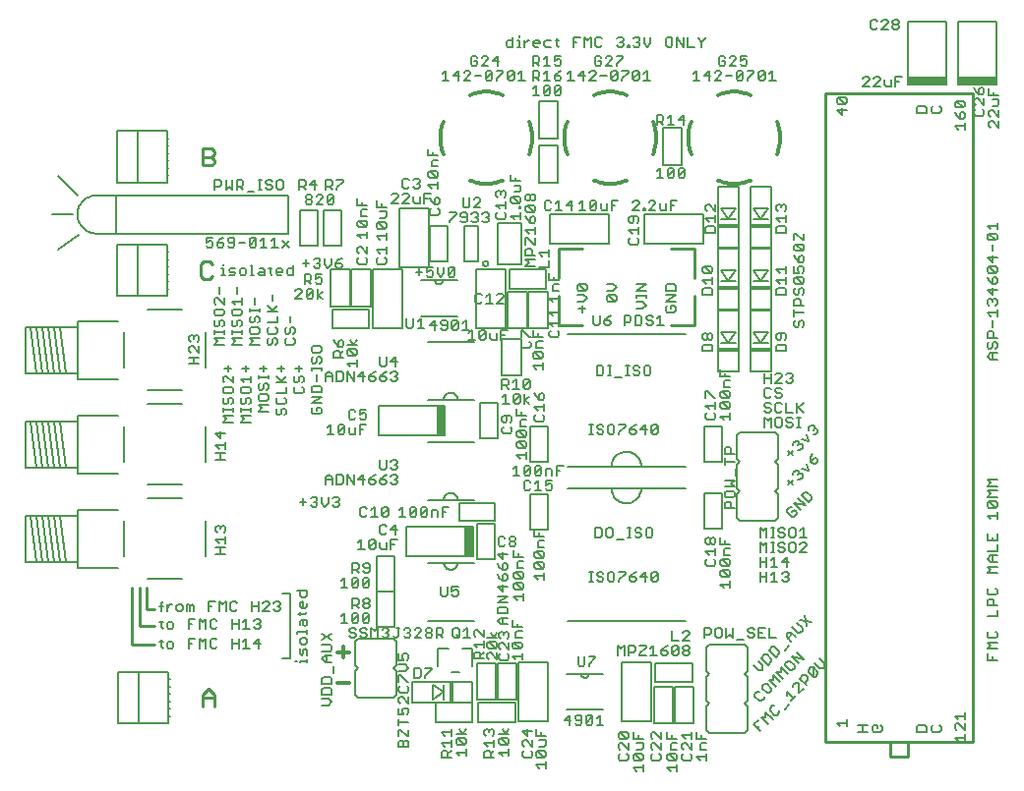
<source format=gto>
G75*
%MOIN*%
%OFA0B0*%
%FSLAX24Y24*%
%IPPOS*%
%LPD*%
%AMOC8*
5,1,8,0,0,1.08239X$1,22.5*
%
%ADD10C,0.0070*%
%ADD11C,0.0130*%
%ADD12C,0.0110*%
%ADD13C,0.0100*%
%ADD14C,0.0080*%
%ADD15C,0.0060*%
%ADD16C,0.0050*%
%ADD17R,0.0125X0.0750*%
%ADD18R,0.1300X0.0250*%
%ADD19R,0.0250X0.1000*%
%ADD20C,0.0120*%
%ADD21R,0.0750X0.0125*%
D10*
X007970Y009320D02*
X008025Y009265D01*
X007970Y009320D02*
X007970Y009540D01*
X007915Y009485D02*
X008025Y009485D01*
X008161Y009430D02*
X008161Y009320D01*
X008216Y009265D01*
X008326Y009265D01*
X008381Y009320D01*
X008381Y009430D01*
X008326Y009485D01*
X008216Y009485D01*
X008161Y009430D01*
X008216Y009915D02*
X008161Y009970D01*
X008161Y010080D01*
X008216Y010135D01*
X008326Y010135D01*
X008381Y010080D01*
X008381Y009970D01*
X008326Y009915D01*
X008216Y009915D01*
X008025Y009915D02*
X007970Y009970D01*
X007970Y010190D01*
X007915Y010135D02*
X008025Y010135D01*
X007970Y010515D02*
X007970Y010790D01*
X008025Y010845D01*
X008025Y010680D02*
X007915Y010680D01*
X008161Y010625D02*
X008271Y010735D01*
X008326Y010735D01*
X008467Y010680D02*
X008467Y010570D01*
X008523Y010515D01*
X008633Y010515D01*
X008688Y010570D01*
X008688Y010680D01*
X008633Y010735D01*
X008523Y010735D01*
X008467Y010680D01*
X008161Y010735D02*
X008161Y010515D01*
X008836Y010515D02*
X008836Y010735D01*
X008891Y010735D01*
X008946Y010680D01*
X009001Y010735D01*
X009056Y010680D01*
X009056Y010515D01*
X008946Y010515D02*
X008946Y010680D01*
X009572Y010680D02*
X009683Y010680D01*
X009572Y010845D02*
X009793Y010845D01*
X009941Y010845D02*
X010051Y010735D01*
X010161Y010845D01*
X010161Y010515D01*
X010309Y010570D02*
X010364Y010515D01*
X010474Y010515D01*
X010529Y010570D01*
X010309Y010570D02*
X010309Y010790D01*
X010364Y010845D01*
X010474Y010845D01*
X010529Y010790D01*
X011046Y010845D02*
X011046Y010515D01*
X011046Y010680D02*
X011266Y010680D01*
X011266Y010845D02*
X011266Y010515D01*
X011414Y010515D02*
X011634Y010735D01*
X011634Y010790D01*
X011579Y010845D01*
X011469Y010845D01*
X011414Y010790D01*
X011414Y010515D02*
X011634Y010515D01*
X011782Y010570D02*
X011837Y010515D01*
X011947Y010515D01*
X012002Y010570D01*
X012002Y010625D01*
X011947Y010680D01*
X011892Y010680D01*
X011947Y010680D02*
X012002Y010735D01*
X012002Y010790D01*
X011947Y010845D01*
X011837Y010845D01*
X011782Y010790D01*
X011272Y010245D02*
X011327Y010190D01*
X011327Y010135D01*
X011272Y010080D01*
X011327Y010025D01*
X011327Y009970D01*
X011272Y009915D01*
X011162Y009915D01*
X011107Y009970D01*
X011217Y010080D02*
X011272Y010080D01*
X011272Y010245D02*
X011162Y010245D01*
X011107Y010190D01*
X010849Y010245D02*
X010849Y009915D01*
X010739Y009915D02*
X010959Y009915D01*
X010739Y010135D02*
X010849Y010245D01*
X010591Y010245D02*
X010591Y009915D01*
X010591Y010080D02*
X010370Y010080D01*
X010370Y009915D02*
X010370Y010245D01*
X010370Y009595D02*
X010370Y009265D01*
X010370Y009430D02*
X010591Y009430D01*
X010739Y009485D02*
X010849Y009595D01*
X010849Y009265D01*
X010739Y009265D02*
X010959Y009265D01*
X011107Y009430D02*
X011327Y009430D01*
X011272Y009265D02*
X011272Y009595D01*
X011107Y009430D01*
X010591Y009595D02*
X010591Y009265D01*
X009854Y009320D02*
X009799Y009265D01*
X009689Y009265D01*
X009634Y009320D01*
X009634Y009540D01*
X009689Y009595D01*
X009799Y009595D01*
X009854Y009540D01*
X009486Y009595D02*
X009486Y009265D01*
X009265Y009265D02*
X009265Y009595D01*
X009376Y009485D01*
X009486Y009595D01*
X009486Y009915D02*
X009486Y010245D01*
X009376Y010135D01*
X009265Y010245D01*
X009265Y009915D01*
X009007Y010080D02*
X008897Y010080D01*
X008897Y009915D02*
X008897Y010245D01*
X009117Y010245D01*
X009572Y010515D02*
X009572Y010845D01*
X009941Y010845D02*
X009941Y010515D01*
X009799Y010245D02*
X009689Y010245D01*
X009634Y010190D01*
X009634Y009970D01*
X009689Y009915D01*
X009799Y009915D01*
X009854Y009970D01*
X009854Y010190D02*
X009799Y010245D01*
X009117Y009595D02*
X008897Y009595D01*
X008897Y009265D01*
X008897Y009430D02*
X009007Y009430D01*
X009815Y012463D02*
X010145Y012463D01*
X009980Y012463D02*
X009980Y012683D01*
X009925Y012831D02*
X009815Y012941D01*
X010145Y012941D01*
X010145Y012831D02*
X010145Y013051D01*
X010090Y013199D02*
X010145Y013254D01*
X010145Y013364D01*
X010090Y013419D01*
X010035Y013419D01*
X009980Y013364D01*
X009980Y013309D01*
X009980Y013364D02*
X009925Y013419D01*
X009870Y013419D01*
X009815Y013364D01*
X009815Y013254D01*
X009870Y013199D01*
X009815Y012683D02*
X010145Y012683D01*
X012565Y011206D02*
X012895Y011206D01*
X012895Y011041D01*
X012840Y010986D01*
X012730Y010986D01*
X012675Y011041D01*
X012675Y011206D01*
X012730Y010838D02*
X012785Y010838D01*
X012785Y010617D01*
X012840Y010617D02*
X012730Y010617D01*
X012675Y010673D01*
X012675Y010783D01*
X012730Y010838D01*
X012895Y010783D02*
X012895Y010673D01*
X012840Y010617D01*
X012895Y010482D02*
X012840Y010427D01*
X012620Y010427D01*
X012675Y010372D02*
X012675Y010482D01*
X012730Y010224D02*
X012895Y010224D01*
X012895Y010059D01*
X012840Y010004D01*
X012785Y010059D01*
X012785Y010224D01*
X012730Y010224D02*
X012675Y010169D01*
X012675Y010059D01*
X012565Y009813D02*
X012895Y009813D01*
X012895Y009758D02*
X012895Y009868D01*
X012840Y009610D02*
X012730Y009610D01*
X012675Y009555D01*
X012675Y009445D01*
X012730Y009390D01*
X012840Y009390D01*
X012895Y009445D01*
X012895Y009555D01*
X012840Y009610D01*
X012565Y009758D02*
X012565Y009813D01*
X012675Y009242D02*
X012675Y009076D01*
X012730Y009021D01*
X012785Y009076D01*
X012785Y009187D01*
X012840Y009242D01*
X012895Y009187D01*
X012895Y009021D01*
X012895Y008886D02*
X012895Y008776D01*
X012895Y008831D02*
X012675Y008831D01*
X012675Y008776D01*
X012565Y008831D02*
X012510Y008831D01*
X013415Y008909D02*
X013525Y009019D01*
X013745Y009019D01*
X013690Y009167D02*
X013745Y009223D01*
X013745Y009333D01*
X013690Y009388D01*
X013415Y009388D01*
X013415Y009536D02*
X013745Y009756D01*
X013745Y009536D02*
X013415Y009756D01*
X013415Y009167D02*
X013690Y009167D01*
X013580Y009019D02*
X013580Y008799D01*
X013525Y008799D02*
X013415Y008909D01*
X013525Y008799D02*
X013745Y008799D01*
X013800Y008651D02*
X013800Y008431D01*
X013690Y008283D02*
X013470Y008283D01*
X013415Y008228D01*
X013415Y008063D01*
X013745Y008063D01*
X013745Y008228D01*
X013690Y008283D01*
X013690Y007914D02*
X013470Y007914D01*
X013415Y007859D01*
X013415Y007694D01*
X013745Y007694D01*
X013745Y007859D01*
X013690Y007914D01*
X013635Y007546D02*
X013415Y007546D01*
X013635Y007546D02*
X013745Y007436D01*
X013635Y007326D01*
X013415Y007326D01*
X014405Y009615D02*
X014350Y009670D01*
X014405Y009615D02*
X014515Y009615D01*
X014570Y009670D01*
X014570Y009725D01*
X014515Y009780D01*
X014405Y009780D01*
X014350Y009835D01*
X014350Y009890D01*
X014405Y009945D01*
X014515Y009945D01*
X014570Y009890D01*
X014718Y009890D02*
X014774Y009945D01*
X014884Y009945D01*
X014939Y009890D01*
X014884Y009780D02*
X014939Y009725D01*
X014939Y009670D01*
X014884Y009615D01*
X014774Y009615D01*
X014718Y009670D01*
X014774Y009780D02*
X014884Y009780D01*
X014774Y009780D02*
X014718Y009835D01*
X014718Y009890D01*
X014596Y010115D02*
X014486Y010115D01*
X014431Y010170D01*
X014651Y010390D01*
X014651Y010170D01*
X014596Y010115D01*
X014431Y010170D02*
X014431Y010390D01*
X014486Y010445D01*
X014596Y010445D01*
X014651Y010390D01*
X014799Y010390D02*
X014854Y010445D01*
X014964Y010445D01*
X015019Y010390D01*
X014799Y010170D01*
X014854Y010115D01*
X014964Y010115D01*
X015019Y010170D01*
X015019Y010390D01*
X014799Y010390D02*
X014799Y010170D01*
X015087Y009945D02*
X015197Y009835D01*
X015307Y009945D01*
X015307Y009615D01*
X015455Y009670D02*
X015510Y009615D01*
X015620Y009615D01*
X015675Y009670D01*
X015675Y009725D01*
X015620Y009780D01*
X015565Y009780D01*
X015620Y009780D02*
X015675Y009835D01*
X015675Y009890D01*
X015620Y009945D01*
X015510Y009945D01*
X015455Y009890D01*
X015087Y009945D02*
X015087Y009615D01*
X015823Y009670D02*
X015878Y009615D01*
X015934Y009615D01*
X015989Y009670D01*
X015989Y009945D01*
X015934Y009945D02*
X016044Y009945D01*
X016192Y009890D02*
X016247Y009945D01*
X016357Y009945D01*
X016412Y009890D01*
X016412Y009835D01*
X016357Y009780D01*
X016412Y009725D01*
X016412Y009670D01*
X016357Y009615D01*
X016247Y009615D01*
X016192Y009670D01*
X016302Y009780D02*
X016357Y009780D01*
X016560Y009890D02*
X016615Y009945D01*
X016725Y009945D01*
X016780Y009890D01*
X016780Y009835D01*
X016560Y009615D01*
X016780Y009615D01*
X016928Y009670D02*
X016928Y009725D01*
X016983Y009780D01*
X017094Y009780D01*
X017149Y009725D01*
X017149Y009670D01*
X017094Y009615D01*
X016983Y009615D01*
X016928Y009670D01*
X016983Y009780D02*
X016928Y009835D01*
X016928Y009890D01*
X016983Y009945D01*
X017094Y009945D01*
X017149Y009890D01*
X017149Y009835D01*
X017094Y009780D01*
X017297Y009725D02*
X017462Y009725D01*
X017517Y009780D01*
X017517Y009890D01*
X017462Y009945D01*
X017297Y009945D01*
X017297Y009615D01*
X017407Y009725D02*
X017517Y009615D01*
X017847Y009670D02*
X017902Y009615D01*
X018012Y009615D01*
X018067Y009670D01*
X018067Y009890D01*
X018012Y009945D01*
X017902Y009945D01*
X017847Y009890D01*
X017847Y009670D01*
X017957Y009725D02*
X018067Y009615D01*
X018215Y009615D02*
X018435Y009615D01*
X018325Y009615D02*
X018325Y009945D01*
X018215Y009835D01*
X018565Y009814D02*
X018565Y009704D01*
X018620Y009649D01*
X018565Y009814D02*
X018620Y009869D01*
X018675Y009869D01*
X018895Y009649D01*
X018895Y009869D01*
X019125Y009795D02*
X019235Y009630D01*
X019345Y009795D01*
X019415Y009764D02*
X019470Y009819D01*
X019525Y009819D01*
X019580Y009764D01*
X019635Y009819D01*
X019690Y009819D01*
X019745Y009764D01*
X019745Y009654D01*
X019690Y009599D01*
X019580Y009709D02*
X019580Y009764D01*
X019415Y009764D02*
X019415Y009654D01*
X019470Y009599D01*
X019345Y009630D02*
X019015Y009630D01*
X019070Y009482D02*
X019290Y009262D01*
X019345Y009317D01*
X019345Y009427D01*
X019290Y009482D01*
X019070Y009482D01*
X019015Y009427D01*
X019015Y009317D01*
X019070Y009262D01*
X019290Y009262D01*
X019415Y009286D02*
X019470Y009231D01*
X019415Y009286D02*
X019415Y009396D01*
X019470Y009451D01*
X019525Y009451D01*
X019745Y009231D01*
X019745Y009451D01*
X019865Y009412D02*
X019920Y009467D01*
X020140Y009247D01*
X020195Y009302D01*
X020195Y009412D01*
X020140Y009467D01*
X019920Y009467D01*
X019865Y009412D02*
X019865Y009302D01*
X019920Y009247D01*
X020140Y009247D01*
X020195Y009099D02*
X020195Y008878D01*
X020195Y008988D02*
X019865Y008988D01*
X019975Y008878D01*
X019745Y008918D02*
X019745Y009028D01*
X019690Y009083D01*
X019745Y008918D02*
X019690Y008863D01*
X019470Y008863D01*
X019415Y008918D01*
X019415Y009028D01*
X019470Y009083D01*
X019345Y009113D02*
X019345Y008893D01*
X019125Y009113D01*
X019070Y009113D01*
X019015Y009058D01*
X019015Y008948D01*
X019070Y008893D01*
X018895Y008913D02*
X018565Y008913D01*
X018565Y009078D01*
X018620Y009133D01*
X018730Y009133D01*
X018785Y009078D01*
X018785Y008913D01*
X018785Y009023D02*
X018895Y009133D01*
X018895Y009281D02*
X018895Y009501D01*
X018895Y009391D02*
X018565Y009391D01*
X018675Y009281D01*
X019475Y010076D02*
X019365Y010186D01*
X019475Y010296D01*
X019695Y010296D01*
X019695Y010444D02*
X019695Y010609D01*
X019640Y010664D01*
X019420Y010664D01*
X019365Y010609D01*
X019365Y010444D01*
X019695Y010444D01*
X019530Y010296D02*
X019530Y010076D01*
X019475Y010076D02*
X019695Y010076D01*
X019865Y009983D02*
X019865Y010204D01*
X020030Y010093D02*
X020030Y009983D01*
X020030Y009835D02*
X020195Y009835D01*
X020195Y009983D02*
X019865Y009983D01*
X020030Y009835D02*
X019975Y009780D01*
X019975Y009615D01*
X020195Y009615D01*
X020245Y010894D02*
X020245Y011114D01*
X020245Y011004D02*
X019915Y011004D01*
X020025Y010894D01*
X019695Y010813D02*
X019365Y010813D01*
X019695Y011033D01*
X019365Y011033D01*
X019530Y011181D02*
X019530Y011401D01*
X019530Y011549D02*
X019530Y011714D01*
X019585Y011769D01*
X019640Y011769D01*
X019695Y011714D01*
X019695Y011604D01*
X019640Y011549D01*
X019530Y011549D01*
X019420Y011659D01*
X019365Y011769D01*
X019530Y011917D02*
X019530Y012083D01*
X019585Y012138D01*
X019640Y012138D01*
X019695Y012083D01*
X019695Y011973D01*
X019640Y011917D01*
X019530Y011917D01*
X019420Y012028D01*
X019365Y012138D01*
X019530Y012286D02*
X019530Y012506D01*
X019695Y012451D02*
X019365Y012451D01*
X019530Y012286D01*
X019915Y012367D02*
X019915Y012588D01*
X019930Y012715D02*
X019820Y012715D01*
X019765Y012770D01*
X019765Y012825D01*
X019820Y012880D01*
X019930Y012880D01*
X019985Y012825D01*
X019985Y012770D01*
X019930Y012715D01*
X019930Y012880D02*
X019985Y012935D01*
X019985Y012990D01*
X019930Y013045D01*
X019820Y013045D01*
X019765Y012990D01*
X019765Y012935D01*
X019820Y012880D01*
X019617Y012770D02*
X019562Y012715D01*
X019452Y012715D01*
X019397Y012770D01*
X019397Y012990D01*
X019452Y013045D01*
X019562Y013045D01*
X019617Y012990D01*
X020080Y012478D02*
X020080Y012367D01*
X020080Y012219D02*
X020245Y012219D01*
X020245Y012367D02*
X019915Y012367D01*
X020080Y012219D02*
X020025Y012164D01*
X020025Y011999D01*
X020245Y011999D01*
X020190Y011851D02*
X020245Y011796D01*
X020245Y011686D01*
X020190Y011631D01*
X019970Y011851D01*
X020190Y011851D01*
X020190Y011631D02*
X019970Y011631D01*
X019915Y011686D01*
X019915Y011796D01*
X019970Y011851D01*
X019970Y011483D02*
X019915Y011428D01*
X019915Y011318D01*
X019970Y011263D01*
X020190Y011263D01*
X019970Y011483D01*
X020190Y011483D01*
X020245Y011428D01*
X020245Y011318D01*
X020190Y011263D01*
X019695Y011346D02*
X019365Y011346D01*
X019530Y011181D01*
X020615Y011704D02*
X020945Y011704D01*
X020945Y011594D02*
X020945Y011814D01*
X020890Y011963D02*
X020670Y012183D01*
X020890Y012183D01*
X020945Y012128D01*
X020945Y012018D01*
X020890Y011963D01*
X020670Y011963D01*
X020615Y012018D01*
X020615Y012128D01*
X020670Y012183D01*
X020670Y012331D02*
X020615Y012386D01*
X020615Y012496D01*
X020670Y012551D01*
X020890Y012331D01*
X020945Y012386D01*
X020945Y012496D01*
X020890Y012551D01*
X020670Y012551D01*
X020725Y012699D02*
X020725Y012864D01*
X020780Y012919D01*
X020945Y012919D01*
X020945Y013067D02*
X020615Y013067D01*
X020615Y013288D01*
X020780Y013178D02*
X020780Y013067D01*
X020725Y012699D02*
X020945Y012699D01*
X020890Y012331D02*
X020670Y012331D01*
X020615Y011704D02*
X020725Y011594D01*
X022487Y011515D02*
X022597Y011515D01*
X022542Y011515D02*
X022542Y011845D01*
X022487Y011845D02*
X022597Y011845D01*
X022733Y011790D02*
X022733Y011735D01*
X022788Y011680D01*
X022898Y011680D01*
X022953Y011625D01*
X022953Y011570D01*
X022898Y011515D01*
X022788Y011515D01*
X022733Y011570D01*
X022733Y011790D02*
X022788Y011845D01*
X022898Y011845D01*
X022953Y011790D01*
X023101Y011790D02*
X023101Y011570D01*
X023156Y011515D01*
X023266Y011515D01*
X023321Y011570D01*
X023321Y011790D01*
X023266Y011845D01*
X023156Y011845D01*
X023101Y011790D01*
X023469Y011845D02*
X023690Y011845D01*
X023690Y011790D01*
X023469Y011570D01*
X023469Y011515D01*
X023838Y011570D02*
X023838Y011680D01*
X024003Y011680D01*
X024058Y011625D01*
X024058Y011570D01*
X024003Y011515D01*
X023893Y011515D01*
X023838Y011570D01*
X023838Y011680D02*
X023948Y011790D01*
X024058Y011845D01*
X024206Y011680D02*
X024426Y011680D01*
X024371Y011515D02*
X024371Y011845D01*
X024206Y011680D01*
X024574Y011570D02*
X024795Y011790D01*
X024795Y011570D01*
X024740Y011515D01*
X024629Y011515D01*
X024574Y011570D01*
X024574Y011790D01*
X024629Y011845D01*
X024740Y011845D01*
X024795Y011790D01*
X024555Y013015D02*
X024445Y013015D01*
X024390Y013070D01*
X024390Y013290D01*
X024445Y013345D01*
X024555Y013345D01*
X024610Y013290D01*
X024610Y013070D01*
X024555Y013015D01*
X024242Y013070D02*
X024242Y013125D01*
X024187Y013180D01*
X024077Y013180D01*
X024022Y013235D01*
X024022Y013290D01*
X024077Y013345D01*
X024187Y013345D01*
X024242Y013290D01*
X024242Y013070D02*
X024187Y013015D01*
X024077Y013015D01*
X024022Y013070D01*
X023886Y013015D02*
X023776Y013015D01*
X023831Y013015D02*
X023831Y013345D01*
X023776Y013345D02*
X023886Y013345D01*
X023628Y012960D02*
X023408Y012960D01*
X023260Y013070D02*
X023260Y013290D01*
X023205Y013345D01*
X023095Y013345D01*
X023040Y013290D01*
X023040Y013070D01*
X023095Y013015D01*
X023205Y013015D01*
X023260Y013070D01*
X022892Y013070D02*
X022892Y013290D01*
X022837Y013345D01*
X022671Y013345D01*
X022671Y013015D01*
X022837Y013015D01*
X022892Y013070D01*
X021219Y014670D02*
X021164Y014615D01*
X021054Y014615D01*
X020999Y014670D01*
X020999Y014780D02*
X021109Y014835D01*
X021164Y014835D01*
X021219Y014780D01*
X021219Y014670D01*
X020999Y014780D02*
X020999Y014945D01*
X021219Y014945D01*
X021219Y015115D02*
X021219Y015280D01*
X021164Y015335D01*
X020999Y015335D01*
X020999Y015115D01*
X020851Y015170D02*
X020796Y015115D01*
X020686Y015115D01*
X020631Y015170D01*
X020851Y015390D01*
X020851Y015170D01*
X020631Y015170D02*
X020631Y015390D01*
X020686Y015445D01*
X020796Y015445D01*
X020851Y015390D01*
X020483Y015390D02*
X020483Y015170D01*
X020428Y015115D01*
X020318Y015115D01*
X020263Y015170D01*
X020483Y015390D01*
X020428Y015445D01*
X020318Y015445D01*
X020263Y015390D01*
X020263Y015170D01*
X020114Y015115D02*
X019894Y015115D01*
X020004Y015115D02*
X020004Y015445D01*
X019894Y015335D01*
X020125Y015694D02*
X020015Y015804D01*
X020345Y015804D01*
X020345Y015694D02*
X020345Y015914D01*
X020290Y016063D02*
X020345Y016118D01*
X020345Y016228D01*
X020290Y016283D01*
X020070Y016283D01*
X020290Y016063D01*
X020070Y016063D01*
X020015Y016118D01*
X020015Y016228D01*
X020070Y016283D01*
X020070Y016431D02*
X020015Y016486D01*
X020015Y016596D01*
X020070Y016651D01*
X020290Y016431D01*
X020345Y016486D01*
X020345Y016596D01*
X020290Y016651D01*
X020070Y016651D01*
X020125Y016799D02*
X020125Y016964D01*
X020180Y017019D01*
X020345Y017019D01*
X020345Y017167D02*
X020015Y017167D01*
X020015Y017388D01*
X019967Y017565D02*
X019912Y017620D01*
X020132Y017840D01*
X020132Y017620D01*
X020077Y017565D01*
X019967Y017565D01*
X019912Y017620D02*
X019912Y017840D01*
X019967Y017895D01*
X020077Y017895D01*
X020132Y017840D01*
X020280Y017895D02*
X020280Y017565D01*
X020280Y017675D02*
X020445Y017785D01*
X020280Y017675D02*
X020445Y017565D01*
X020615Y017441D02*
X020945Y017441D01*
X020945Y017331D02*
X020945Y017551D01*
X020890Y017699D02*
X020945Y017754D01*
X020945Y017864D01*
X020890Y017919D01*
X020835Y017919D01*
X020780Y017864D01*
X020780Y017699D01*
X020890Y017699D01*
X020780Y017699D02*
X020670Y017809D01*
X020615Y017919D01*
X020414Y018065D02*
X020304Y018065D01*
X020249Y018120D01*
X020469Y018340D01*
X020469Y018120D01*
X020414Y018065D01*
X020249Y018120D02*
X020249Y018340D01*
X020304Y018395D01*
X020414Y018395D01*
X020469Y018340D01*
X020675Y018728D02*
X020565Y018838D01*
X020895Y018838D01*
X020895Y018728D02*
X020895Y018949D01*
X020840Y019097D02*
X020620Y019317D01*
X020840Y019317D01*
X020895Y019262D01*
X020895Y019152D01*
X020840Y019097D01*
X020620Y019097D01*
X020565Y019152D01*
X020565Y019262D01*
X020620Y019317D01*
X020675Y019465D02*
X020675Y019630D01*
X020730Y019685D01*
X020895Y019685D01*
X020895Y019833D02*
X020565Y019833D01*
X020565Y020054D01*
X020730Y019943D02*
X020730Y019833D01*
X020495Y019815D02*
X020440Y019815D01*
X020220Y020035D01*
X020165Y020035D01*
X020165Y019815D01*
X020220Y019667D02*
X020165Y019612D01*
X020165Y019502D01*
X020220Y019447D01*
X020440Y019447D01*
X020495Y019502D01*
X020495Y019612D01*
X020440Y019667D01*
X020675Y019465D02*
X020895Y019465D01*
X021170Y019813D02*
X021390Y019813D01*
X021445Y019868D01*
X021445Y019978D01*
X021390Y020033D01*
X021445Y020181D02*
X021445Y020401D01*
X021445Y020291D02*
X021115Y020291D01*
X021225Y020181D01*
X021170Y020033D02*
X021115Y019978D01*
X021115Y019868D01*
X021170Y019813D01*
X021225Y020549D02*
X021115Y020659D01*
X021445Y020659D01*
X021445Y020549D02*
X021445Y020769D01*
X021445Y021013D02*
X021445Y021233D01*
X021445Y021123D02*
X021115Y021123D01*
X021225Y021013D01*
X021225Y021381D02*
X021225Y021546D01*
X021280Y021601D01*
X021445Y021601D01*
X021445Y021749D02*
X021115Y021749D01*
X021115Y021969D01*
X021280Y021859D02*
X021280Y021749D01*
X021225Y021381D02*
X021445Y021381D01*
X022065Y021452D02*
X022065Y021562D01*
X022120Y021617D01*
X022340Y021397D01*
X022395Y021452D01*
X022395Y021562D01*
X022340Y021617D01*
X022120Y021617D01*
X022065Y021452D02*
X022120Y021397D01*
X022340Y021397D01*
X022285Y021249D02*
X022065Y021249D01*
X022285Y021249D02*
X022395Y021138D01*
X022285Y021028D01*
X022065Y021028D01*
X022230Y020880D02*
X022230Y020660D01*
X022120Y020770D02*
X022340Y020770D01*
X022615Y020545D02*
X022615Y020270D01*
X022670Y020215D01*
X022780Y020215D01*
X022835Y020270D01*
X022835Y020545D01*
X022983Y020380D02*
X023148Y020380D01*
X023204Y020325D01*
X023204Y020270D01*
X023148Y020215D01*
X023038Y020215D01*
X022983Y020270D01*
X022983Y020380D01*
X023093Y020490D01*
X023204Y020545D01*
X023665Y020545D02*
X023665Y020215D01*
X023665Y020325D02*
X023830Y020325D01*
X023885Y020380D01*
X023885Y020490D01*
X023830Y020545D01*
X023665Y020545D01*
X024033Y020545D02*
X024033Y020215D01*
X024198Y020215D01*
X024254Y020270D01*
X024254Y020490D01*
X024198Y020545D01*
X024033Y020545D01*
X024065Y020783D02*
X024285Y020783D01*
X024395Y020893D01*
X024285Y021003D01*
X024065Y021003D01*
X024065Y021151D02*
X024065Y021261D01*
X024065Y021206D02*
X024395Y021206D01*
X024395Y021151D02*
X024395Y021261D01*
X024395Y021397D02*
X024065Y021397D01*
X024395Y021617D01*
X024065Y021617D01*
X023395Y021507D02*
X023285Y021617D01*
X023065Y021617D01*
X023065Y021397D02*
X023285Y021397D01*
X023395Y021507D01*
X023340Y021249D02*
X023395Y021194D01*
X023395Y021083D01*
X023340Y021028D01*
X023120Y021249D01*
X023340Y021249D01*
X023120Y021249D02*
X023065Y021194D01*
X023065Y021083D01*
X023120Y021028D01*
X023340Y021028D01*
X024402Y020490D02*
X024402Y020435D01*
X024457Y020380D01*
X024567Y020380D01*
X024622Y020325D01*
X024622Y020270D01*
X024567Y020215D01*
X024457Y020215D01*
X024402Y020270D01*
X024402Y020490D02*
X024457Y020545D01*
X024567Y020545D01*
X024622Y020490D01*
X024770Y020435D02*
X024880Y020545D01*
X024880Y020215D01*
X024770Y020215D02*
X024990Y020215D01*
X025120Y020660D02*
X025340Y020660D01*
X025395Y020715D01*
X025395Y020825D01*
X025340Y020880D01*
X025230Y020880D01*
X025230Y020770D01*
X025120Y020660D02*
X025065Y020715D01*
X025065Y020825D01*
X025120Y020880D01*
X025065Y021028D02*
X025395Y021249D01*
X025065Y021249D01*
X025065Y021397D02*
X025065Y021562D01*
X025120Y021617D01*
X025340Y021617D01*
X025395Y021562D01*
X025395Y021397D01*
X025065Y021397D01*
X025065Y021028D02*
X025395Y021028D01*
X026315Y021263D02*
X026315Y021428D01*
X026370Y021483D01*
X026590Y021483D01*
X026645Y021428D01*
X026645Y021263D01*
X026315Y021263D01*
X026425Y021631D02*
X026315Y021741D01*
X026645Y021741D01*
X026645Y021631D02*
X026645Y021851D01*
X026590Y021999D02*
X026370Y022219D01*
X026590Y022219D01*
X026645Y022164D01*
X026645Y022054D01*
X026590Y021999D01*
X026370Y021999D01*
X026315Y022054D01*
X026315Y022164D01*
X026370Y022219D01*
X026415Y023363D02*
X026415Y023528D01*
X026470Y023583D01*
X026690Y023583D01*
X026745Y023528D01*
X026745Y023363D01*
X026415Y023363D01*
X026525Y023731D02*
X026415Y023841D01*
X026745Y023841D01*
X026745Y023731D02*
X026745Y023951D01*
X026745Y024099D02*
X026525Y024319D01*
X026470Y024319D01*
X026415Y024264D01*
X026415Y024154D01*
X026470Y024099D01*
X026745Y024099D02*
X026745Y024319D01*
X025446Y024445D02*
X025225Y024445D01*
X025225Y024115D01*
X025077Y024115D02*
X025077Y024335D01*
X025225Y024280D02*
X025335Y024280D01*
X025077Y024115D02*
X024912Y024115D01*
X024857Y024170D01*
X024857Y024335D01*
X024709Y024335D02*
X024709Y024390D01*
X024654Y024445D01*
X024544Y024445D01*
X024489Y024390D01*
X024709Y024335D02*
X024489Y024115D01*
X024709Y024115D01*
X024360Y024115D02*
X024305Y024115D01*
X024305Y024170D01*
X024360Y024170D01*
X024360Y024115D01*
X024156Y024115D02*
X023936Y024115D01*
X024156Y024335D01*
X024156Y024390D01*
X024101Y024445D01*
X023991Y024445D01*
X023936Y024390D01*
X023980Y023919D02*
X023980Y023754D01*
X023925Y023699D01*
X023870Y023699D01*
X023815Y023754D01*
X023815Y023864D01*
X023870Y023919D01*
X024090Y023919D01*
X024145Y023864D01*
X024145Y023754D01*
X024090Y023699D01*
X024145Y023551D02*
X024145Y023331D01*
X024145Y023441D02*
X023815Y023441D01*
X023925Y023331D01*
X023870Y023183D02*
X023815Y023128D01*
X023815Y023018D01*
X023870Y022963D01*
X024090Y022963D01*
X024145Y023018D01*
X024145Y023128D01*
X024090Y023183D01*
X023233Y024115D02*
X023233Y024445D01*
X023454Y024445D01*
X023343Y024280D02*
X023233Y024280D01*
X023085Y024335D02*
X023085Y024115D01*
X022920Y024115D01*
X022865Y024170D01*
X022865Y024335D01*
X022717Y024390D02*
X022497Y024170D01*
X022552Y024115D01*
X022662Y024115D01*
X022717Y024170D01*
X022717Y024390D01*
X022662Y024445D01*
X022552Y024445D01*
X022497Y024390D01*
X022497Y024170D01*
X022349Y024115D02*
X022128Y024115D01*
X022238Y024115D02*
X022238Y024445D01*
X022128Y024335D01*
X021919Y024280D02*
X021699Y024280D01*
X021864Y024445D01*
X021864Y024115D01*
X021551Y024115D02*
X021331Y024115D01*
X021441Y024115D02*
X021441Y024445D01*
X021331Y024335D01*
X021183Y024390D02*
X021128Y024445D01*
X021018Y024445D01*
X020963Y024390D01*
X020963Y024170D01*
X021018Y024115D01*
X021128Y024115D01*
X021183Y024170D01*
X020645Y024123D02*
X020590Y024067D01*
X020370Y024288D01*
X020590Y024288D01*
X020645Y024233D01*
X020645Y024123D01*
X020590Y024067D02*
X020370Y024067D01*
X020315Y024123D01*
X020315Y024233D01*
X020370Y024288D01*
X020370Y024436D02*
X020315Y024491D01*
X020315Y024601D01*
X020370Y024656D01*
X020425Y024656D01*
X020480Y024601D01*
X020480Y024491D01*
X020425Y024436D01*
X020370Y024436D01*
X020480Y024491D02*
X020535Y024436D01*
X020590Y024436D01*
X020645Y024491D01*
X020645Y024601D01*
X020590Y024656D01*
X020535Y024656D01*
X020480Y024601D01*
X020145Y024533D02*
X020145Y024423D01*
X020090Y024367D01*
X019870Y024588D01*
X020090Y024588D01*
X020145Y024533D01*
X020090Y024367D02*
X019870Y024367D01*
X019815Y024423D01*
X019815Y024533D01*
X019870Y024588D01*
X019925Y024736D02*
X020090Y024736D01*
X020145Y024791D01*
X020145Y024956D01*
X019925Y024956D01*
X019980Y025104D02*
X019980Y025214D01*
X020145Y025104D02*
X019815Y025104D01*
X019815Y025324D01*
X019590Y024772D02*
X019535Y024772D01*
X019480Y024717D01*
X019480Y024662D01*
X019480Y024717D02*
X019425Y024772D01*
X019370Y024772D01*
X019315Y024717D01*
X019315Y024607D01*
X019370Y024552D01*
X019590Y024552D02*
X019645Y024607D01*
X019645Y024717D01*
X019590Y024772D01*
X019645Y024404D02*
X019645Y024183D01*
X019645Y024293D02*
X019315Y024293D01*
X019425Y024183D01*
X019370Y024035D02*
X019315Y023980D01*
X019315Y023870D01*
X019370Y023815D01*
X019590Y023815D01*
X019645Y023870D01*
X019645Y023980D01*
X019590Y024035D01*
X019815Y023925D02*
X020145Y023925D01*
X020145Y023815D02*
X020145Y024035D01*
X020145Y024183D02*
X020145Y024238D01*
X020090Y024238D01*
X020090Y024183D01*
X020145Y024183D01*
X020315Y023919D02*
X020370Y023809D01*
X020480Y023699D01*
X020480Y023864D01*
X020535Y023919D01*
X020590Y023919D01*
X020645Y023864D01*
X020645Y023754D01*
X020590Y023699D01*
X020480Y023699D01*
X020645Y023551D02*
X020645Y023331D01*
X020645Y023441D02*
X020315Y023441D01*
X020425Y023331D01*
X020370Y023183D02*
X020590Y022963D01*
X020645Y022963D01*
X020645Y023183D01*
X020370Y023183D02*
X020315Y023183D01*
X020315Y022963D01*
X020370Y022814D02*
X020315Y022759D01*
X020315Y022594D01*
X020645Y022594D01*
X020535Y022594D02*
X020535Y022759D01*
X020480Y022814D01*
X020370Y022814D01*
X020315Y022446D02*
X020645Y022446D01*
X020645Y022226D02*
X020315Y022226D01*
X020425Y022336D01*
X020315Y022446D01*
X020765Y022675D02*
X020875Y022565D01*
X020765Y022675D02*
X021095Y022675D01*
X021095Y022565D02*
X021095Y022785D01*
X021095Y022417D02*
X021095Y022197D01*
X020765Y022197D01*
X019569Y021240D02*
X019569Y021185D01*
X019349Y020965D01*
X019569Y020965D01*
X019569Y021240D02*
X019514Y021295D01*
X019404Y021295D01*
X019349Y021240D01*
X019091Y021295D02*
X019091Y020965D01*
X018981Y020965D02*
X019201Y020965D01*
X018981Y021185D02*
X019091Y021295D01*
X018833Y021240D02*
X018778Y021295D01*
X018668Y021295D01*
X018613Y021240D01*
X018613Y021020D01*
X018668Y020965D01*
X018778Y020965D01*
X018833Y021020D01*
X018293Y020395D02*
X018293Y020065D01*
X018183Y020065D02*
X018404Y020065D01*
X018488Y020045D02*
X018378Y019935D01*
X018488Y020045D02*
X018488Y019715D01*
X018378Y019715D02*
X018599Y019715D01*
X018747Y019770D02*
X018967Y019990D01*
X018967Y019770D01*
X018912Y019715D01*
X018802Y019715D01*
X018747Y019770D01*
X018747Y019990D01*
X018802Y020045D01*
X018912Y020045D01*
X018967Y019990D01*
X019115Y019935D02*
X019115Y019770D01*
X019170Y019715D01*
X019335Y019715D01*
X019335Y019935D01*
X019483Y019880D02*
X019593Y019880D01*
X019483Y019715D02*
X019483Y020045D01*
X019704Y020045D01*
X018293Y020395D02*
X018183Y020285D01*
X018035Y020340D02*
X017815Y020120D01*
X017870Y020065D01*
X017980Y020065D01*
X018035Y020120D01*
X018035Y020340D01*
X017980Y020395D01*
X017870Y020395D01*
X017815Y020340D01*
X017815Y020120D01*
X017667Y020120D02*
X017667Y020340D01*
X017612Y020395D01*
X017502Y020395D01*
X017447Y020340D01*
X017447Y020285D01*
X017502Y020230D01*
X017667Y020230D01*
X017667Y020120D02*
X017612Y020065D01*
X017502Y020065D01*
X017447Y020120D01*
X017299Y020230D02*
X017078Y020230D01*
X017244Y020395D01*
X017244Y020065D01*
X016875Y020115D02*
X016655Y020115D01*
X016765Y020115D02*
X016765Y020445D01*
X016655Y020335D01*
X016507Y020445D02*
X016507Y020170D01*
X016452Y020115D01*
X016342Y020115D01*
X016287Y020170D01*
X016287Y020445D01*
X015912Y019145D02*
X015747Y018980D01*
X015967Y018980D01*
X015912Y018815D02*
X015912Y019145D01*
X015599Y019145D02*
X015599Y018870D01*
X015544Y018815D01*
X015433Y018815D01*
X015378Y018870D01*
X015378Y019145D01*
X015230Y018645D02*
X015120Y018590D01*
X015010Y018480D01*
X015175Y018480D01*
X015230Y018425D01*
X015230Y018370D01*
X015175Y018315D01*
X015065Y018315D01*
X015010Y018370D01*
X015010Y018480D01*
X014862Y018480D02*
X014642Y018480D01*
X014807Y018645D01*
X014807Y018315D01*
X014494Y018315D02*
X014494Y018645D01*
X014595Y018821D02*
X014595Y019042D01*
X014595Y018932D02*
X014265Y018932D01*
X014375Y018821D01*
X014273Y018645D02*
X014494Y018315D01*
X014273Y018315D02*
X014273Y018645D01*
X014125Y018590D02*
X014125Y018370D01*
X014070Y018315D01*
X013905Y018315D01*
X013905Y018645D01*
X014070Y018645D01*
X014125Y018590D01*
X013757Y018535D02*
X013757Y018315D01*
X013757Y018480D02*
X013537Y018480D01*
X013537Y018535D02*
X013647Y018645D01*
X013757Y018535D01*
X013537Y018535D02*
X013537Y018315D01*
X013340Y018166D02*
X013120Y018166D01*
X013065Y018111D01*
X013065Y017946D01*
X013395Y017946D01*
X013395Y018111D01*
X013340Y018166D01*
X013230Y018315D02*
X013230Y018535D01*
X013395Y018683D02*
X013395Y018793D01*
X013395Y018738D02*
X013065Y018738D01*
X013065Y018683D02*
X013065Y018793D01*
X013120Y018928D02*
X013175Y018928D01*
X013230Y018983D01*
X013230Y019094D01*
X013285Y019149D01*
X013340Y019149D01*
X013395Y019094D01*
X013395Y018983D01*
X013340Y018928D01*
X013120Y018928D02*
X013065Y018983D01*
X013065Y019094D01*
X013120Y019149D01*
X013120Y019297D02*
X013340Y019297D01*
X013395Y019352D01*
X013395Y019462D01*
X013340Y019517D01*
X013120Y019517D01*
X013065Y019462D01*
X013065Y019352D01*
X013120Y019297D01*
X012740Y018757D02*
X012520Y018757D01*
X012630Y018647D02*
X012630Y018867D01*
X012685Y018499D02*
X012630Y018444D01*
X012630Y018333D01*
X012575Y018278D01*
X012520Y018278D01*
X012465Y018333D01*
X012465Y018444D01*
X012520Y018499D01*
X012685Y018499D02*
X012740Y018499D01*
X012795Y018444D01*
X012795Y018333D01*
X012740Y018278D01*
X012740Y018130D02*
X012795Y018075D01*
X012795Y017965D01*
X012740Y017910D01*
X012520Y017910D01*
X012465Y017965D01*
X012465Y018075D01*
X012520Y018130D01*
X012195Y018130D02*
X012195Y017910D01*
X011865Y017910D01*
X011920Y017762D02*
X011865Y017707D01*
X011865Y017597D01*
X011920Y017542D01*
X012140Y017542D01*
X012195Y017597D01*
X012195Y017707D01*
X012140Y017762D01*
X012140Y017394D02*
X012195Y017339D01*
X012195Y017228D01*
X012140Y017173D01*
X012030Y017228D02*
X012030Y017339D01*
X012085Y017394D01*
X012140Y017394D01*
X012030Y017228D02*
X011975Y017173D01*
X011920Y017173D01*
X011865Y017228D01*
X011865Y017339D01*
X011920Y017394D01*
X011595Y017296D02*
X011265Y017296D01*
X011375Y017406D01*
X011265Y017516D01*
X011595Y017516D01*
X011540Y017665D02*
X011595Y017720D01*
X011595Y017830D01*
X011540Y017885D01*
X011320Y017885D01*
X011265Y017830D01*
X011265Y017720D01*
X011320Y017665D01*
X011540Y017665D01*
X011540Y018033D02*
X011595Y018088D01*
X011595Y018198D01*
X011540Y018253D01*
X011485Y018253D01*
X011430Y018198D01*
X011430Y018088D01*
X011375Y018033D01*
X011320Y018033D01*
X011265Y018088D01*
X011265Y018198D01*
X011320Y018253D01*
X011265Y018401D02*
X011265Y018511D01*
X011265Y018456D02*
X011595Y018456D01*
X011595Y018401D02*
X011595Y018511D01*
X011430Y018647D02*
X011430Y018867D01*
X011320Y018757D02*
X011540Y018757D01*
X011920Y018757D02*
X012140Y018757D01*
X012030Y018647D02*
X012030Y018867D01*
X012195Y018499D02*
X012030Y018333D01*
X012085Y018278D02*
X011865Y018499D01*
X011865Y018278D02*
X012195Y018278D01*
X013065Y017798D02*
X013395Y017798D01*
X013065Y017578D01*
X013395Y017578D01*
X013340Y017430D02*
X013230Y017430D01*
X013230Y017320D01*
X013340Y017430D02*
X013395Y017375D01*
X013395Y017265D01*
X013340Y017210D01*
X013120Y017210D01*
X013065Y017265D01*
X013065Y017375D01*
X013120Y017430D01*
X013702Y016845D02*
X013702Y016515D01*
X013592Y016515D02*
X013812Y016515D01*
X013960Y016570D02*
X014180Y016790D01*
X014180Y016570D01*
X014125Y016515D01*
X014015Y016515D01*
X013960Y016570D01*
X013960Y016790D01*
X014015Y016845D01*
X014125Y016845D01*
X014180Y016790D01*
X014328Y016735D02*
X014328Y016570D01*
X014383Y016515D01*
X014549Y016515D01*
X014549Y016735D01*
X014697Y016680D02*
X014807Y016680D01*
X014697Y016845D02*
X014917Y016845D01*
X014862Y017015D02*
X014752Y017015D01*
X014697Y017070D01*
X014697Y017180D02*
X014807Y017235D01*
X014862Y017235D01*
X014917Y017180D01*
X014917Y017070D01*
X014862Y017015D01*
X014697Y017180D02*
X014697Y017345D01*
X014917Y017345D01*
X014549Y017290D02*
X014494Y017345D01*
X014383Y017345D01*
X014328Y017290D01*
X014328Y017070D01*
X014383Y017015D01*
X014494Y017015D01*
X014549Y017070D01*
X014697Y016845D02*
X014697Y016515D01*
X015378Y015645D02*
X015378Y015370D01*
X015433Y015315D01*
X015544Y015315D01*
X015599Y015370D01*
X015599Y015645D01*
X015747Y015590D02*
X015802Y015645D01*
X015912Y015645D01*
X015967Y015590D01*
X015967Y015535D01*
X015912Y015480D01*
X015967Y015425D01*
X015967Y015370D01*
X015912Y015315D01*
X015802Y015315D01*
X015747Y015370D01*
X015857Y015480D02*
X015912Y015480D01*
X015912Y015145D02*
X015967Y015090D01*
X015967Y015035D01*
X015912Y014980D01*
X015967Y014925D01*
X015967Y014870D01*
X015912Y014815D01*
X015802Y014815D01*
X015747Y014870D01*
X015599Y014870D02*
X015544Y014815D01*
X015433Y014815D01*
X015378Y014870D01*
X015378Y014980D01*
X015544Y014980D01*
X015599Y014925D01*
X015599Y014870D01*
X015488Y015090D02*
X015378Y014980D01*
X015488Y015090D02*
X015599Y015145D01*
X015747Y015090D02*
X015802Y015145D01*
X015912Y015145D01*
X015912Y014980D02*
X015857Y014980D01*
X015230Y014925D02*
X015175Y014980D01*
X015010Y014980D01*
X015010Y014870D01*
X015065Y014815D01*
X015175Y014815D01*
X015230Y014870D01*
X015230Y014925D01*
X015120Y015090D02*
X015010Y014980D01*
X014862Y014980D02*
X014642Y014980D01*
X014807Y015145D01*
X014807Y014815D01*
X014494Y014815D02*
X014494Y015145D01*
X014273Y015145D02*
X014494Y014815D01*
X014273Y014815D02*
X014273Y015145D01*
X014125Y015090D02*
X014070Y015145D01*
X013905Y015145D01*
X013905Y014815D01*
X014070Y014815D01*
X014125Y014870D01*
X014125Y015090D01*
X013757Y015035D02*
X013757Y014815D01*
X013757Y014980D02*
X013537Y014980D01*
X013537Y015035D02*
X013647Y015145D01*
X013757Y015035D01*
X013537Y015035D02*
X013537Y014815D01*
X013622Y014395D02*
X013622Y014175D01*
X013512Y014065D01*
X013402Y014175D01*
X013402Y014395D01*
X013254Y014340D02*
X013254Y014285D01*
X013198Y014230D01*
X013254Y014175D01*
X013254Y014120D01*
X013198Y014065D01*
X013088Y014065D01*
X013033Y014120D01*
X013143Y014230D02*
X013198Y014230D01*
X013254Y014340D02*
X013198Y014395D01*
X013088Y014395D01*
X013033Y014340D01*
X012885Y014230D02*
X012665Y014230D01*
X012775Y014340D02*
X012775Y014120D01*
X013770Y014120D02*
X013825Y014065D01*
X013935Y014065D01*
X013990Y014120D01*
X013990Y014175D01*
X013935Y014230D01*
X013880Y014230D01*
X013935Y014230D02*
X013990Y014285D01*
X013990Y014340D01*
X013935Y014395D01*
X013825Y014395D01*
X013770Y014340D01*
X014710Y013990D02*
X014710Y013770D01*
X014765Y013715D01*
X014875Y013715D01*
X014930Y013770D01*
X015078Y013715D02*
X015299Y013715D01*
X015188Y013715D02*
X015188Y014045D01*
X015078Y013935D01*
X014930Y013990D02*
X014875Y014045D01*
X014765Y014045D01*
X014710Y013990D01*
X015447Y013990D02*
X015447Y013770D01*
X015667Y013990D01*
X015667Y013770D01*
X015612Y013715D01*
X015502Y013715D01*
X015447Y013770D01*
X015447Y013990D02*
X015502Y014045D01*
X015612Y014045D01*
X015667Y013990D01*
X016023Y013935D02*
X016134Y014045D01*
X016134Y013715D01*
X016244Y013715D02*
X016023Y013715D01*
X015912Y013445D02*
X015747Y013280D01*
X015967Y013280D01*
X015912Y013115D02*
X015912Y013445D01*
X015599Y013390D02*
X015544Y013445D01*
X015433Y013445D01*
X015378Y013390D01*
X015378Y013170D01*
X015433Y013115D01*
X015544Y013115D01*
X015599Y013170D01*
X015747Y012945D02*
X015967Y012945D01*
X015857Y012780D02*
X015747Y012780D01*
X015599Y012835D02*
X015599Y012615D01*
X015433Y012615D01*
X015378Y012670D01*
X015378Y012835D01*
X015230Y012890D02*
X015010Y012670D01*
X015065Y012615D01*
X015175Y012615D01*
X015230Y012670D01*
X015230Y012890D01*
X015175Y012945D01*
X015065Y012945D01*
X015010Y012890D01*
X015010Y012670D01*
X014862Y012615D02*
X014642Y012615D01*
X014752Y012615D02*
X014752Y012945D01*
X014642Y012835D01*
X014612Y012145D02*
X014447Y012145D01*
X014447Y011815D01*
X014447Y011925D02*
X014612Y011925D01*
X014667Y011980D01*
X014667Y012090D01*
X014612Y012145D01*
X014815Y012090D02*
X014815Y012035D01*
X014870Y011980D01*
X015035Y011980D01*
X015035Y011870D02*
X015035Y012090D01*
X014980Y012145D01*
X014870Y012145D01*
X014815Y012090D01*
X014815Y011870D02*
X014870Y011815D01*
X014980Y011815D01*
X015035Y011870D01*
X014964Y011645D02*
X014854Y011645D01*
X014799Y011590D01*
X014799Y011370D01*
X015019Y011590D01*
X015019Y011370D01*
X014964Y011315D01*
X014854Y011315D01*
X014799Y011370D01*
X014651Y011370D02*
X014596Y011315D01*
X014486Y011315D01*
X014431Y011370D01*
X014651Y011590D01*
X014651Y011370D01*
X014431Y011370D02*
X014431Y011590D01*
X014486Y011645D01*
X014596Y011645D01*
X014651Y011590D01*
X014667Y011815D02*
X014557Y011925D01*
X014173Y011645D02*
X014173Y011315D01*
X014063Y011315D02*
X014283Y011315D01*
X014063Y011535D02*
X014173Y011645D01*
X014447Y010945D02*
X014612Y010945D01*
X014667Y010890D01*
X014667Y010780D01*
X014612Y010725D01*
X014447Y010725D01*
X014557Y010725D02*
X014667Y010615D01*
X014815Y010670D02*
X014815Y010725D01*
X014870Y010780D01*
X014980Y010780D01*
X015035Y010725D01*
X015035Y010670D01*
X014980Y010615D01*
X014870Y010615D01*
X014815Y010670D01*
X014870Y010780D02*
X014815Y010835D01*
X014815Y010890D01*
X014870Y010945D01*
X014980Y010945D01*
X015035Y010890D01*
X015035Y010835D01*
X014980Y010780D01*
X014447Y010615D02*
X014447Y010945D01*
X014173Y010445D02*
X014173Y010115D01*
X014063Y010115D02*
X014283Y010115D01*
X014063Y010335D02*
X014173Y010445D01*
X015019Y011590D02*
X014964Y011645D01*
X015747Y012615D02*
X015747Y012945D01*
X016447Y013715D02*
X016392Y013770D01*
X016612Y013990D01*
X016612Y013770D01*
X016557Y013715D01*
X016447Y013715D01*
X016392Y013770D02*
X016392Y013990D01*
X016447Y014045D01*
X016557Y014045D01*
X016612Y013990D01*
X016760Y013990D02*
X016815Y014045D01*
X016925Y014045D01*
X016980Y013990D01*
X016760Y013770D01*
X016815Y013715D01*
X016925Y013715D01*
X016980Y013770D01*
X016980Y013990D01*
X017128Y013935D02*
X017294Y013935D01*
X017349Y013880D01*
X017349Y013715D01*
X017497Y013715D02*
X017497Y014045D01*
X017717Y014045D01*
X017607Y013880D02*
X017497Y013880D01*
X017128Y013935D02*
X017128Y013715D01*
X016760Y013770D02*
X016760Y013990D01*
X015230Y015145D02*
X015120Y015090D01*
X013592Y016735D02*
X013702Y016845D01*
X015378Y018370D02*
X015378Y018480D01*
X015544Y018480D01*
X015599Y018425D01*
X015599Y018370D01*
X015544Y018315D01*
X015433Y018315D01*
X015378Y018370D01*
X015378Y018480D02*
X015488Y018590D01*
X015599Y018645D01*
X015747Y018590D02*
X015802Y018645D01*
X015912Y018645D01*
X015967Y018590D01*
X015967Y018535D01*
X015912Y018480D01*
X015967Y018425D01*
X015967Y018370D01*
X015912Y018315D01*
X015802Y018315D01*
X015747Y018370D01*
X015857Y018480D02*
X015912Y018480D01*
X014595Y019245D02*
X014540Y019190D01*
X014320Y019410D01*
X014540Y019410D01*
X014595Y019355D01*
X014595Y019245D01*
X014540Y019190D02*
X014320Y019190D01*
X014265Y019245D01*
X014265Y019355D01*
X014320Y019410D01*
X014265Y019558D02*
X014595Y019558D01*
X014485Y019558D02*
X014595Y019723D01*
X014485Y019558D02*
X014375Y019723D01*
X014145Y019662D02*
X014090Y019717D01*
X014035Y019717D01*
X013980Y019662D01*
X013980Y019497D01*
X014090Y019497D01*
X014145Y019552D01*
X014145Y019662D01*
X013980Y019497D02*
X013870Y019607D01*
X013815Y019717D01*
X013870Y019349D02*
X013980Y019349D01*
X014035Y019294D01*
X014035Y019128D01*
X014145Y019128D02*
X013815Y019128D01*
X013815Y019294D01*
X013870Y019349D01*
X014035Y019238D02*
X014145Y019349D01*
X012495Y019620D02*
X012495Y019730D01*
X012440Y019785D01*
X012440Y019933D02*
X012495Y019988D01*
X012495Y020098D01*
X012440Y020154D01*
X012385Y020154D01*
X012330Y020098D01*
X012330Y019988D01*
X012275Y019933D01*
X012220Y019933D01*
X012165Y019988D01*
X012165Y020098D01*
X012220Y020154D01*
X012330Y020302D02*
X012330Y020522D01*
X011895Y020522D02*
X011895Y020302D01*
X011565Y020302D01*
X011620Y020154D02*
X011565Y020098D01*
X011565Y019988D01*
X011620Y019933D01*
X011840Y019933D01*
X011895Y019988D01*
X011895Y020098D01*
X011840Y020154D01*
X011840Y019785D02*
X011895Y019730D01*
X011895Y019620D01*
X011840Y019565D01*
X011730Y019620D02*
X011730Y019730D01*
X011785Y019785D01*
X011840Y019785D01*
X011730Y019620D02*
X011675Y019565D01*
X011620Y019565D01*
X011565Y019620D01*
X011565Y019730D01*
X011620Y019785D01*
X011295Y019785D02*
X010965Y019785D01*
X011075Y019675D01*
X010965Y019565D01*
X011295Y019565D01*
X011240Y019933D02*
X011020Y019933D01*
X010965Y019988D01*
X010965Y020098D01*
X011020Y020154D01*
X011240Y020154D01*
X011295Y020098D01*
X011295Y019988D01*
X011240Y019933D01*
X011240Y020302D02*
X011295Y020357D01*
X011295Y020467D01*
X011240Y020522D01*
X011185Y020522D01*
X011130Y020467D01*
X011130Y020357D01*
X011075Y020302D01*
X011020Y020302D01*
X010965Y020357D01*
X010965Y020467D01*
X011020Y020522D01*
X010965Y020670D02*
X010965Y020780D01*
X010965Y020725D02*
X011295Y020725D01*
X011295Y020670D02*
X011295Y020780D01*
X011130Y020915D02*
X011130Y021136D01*
X011565Y020890D02*
X011785Y020670D01*
X011730Y020725D02*
X011895Y020890D01*
X011895Y020670D02*
X011565Y020670D01*
X011730Y021038D02*
X011730Y021258D01*
X011721Y021915D02*
X011666Y021970D01*
X011666Y022190D01*
X011611Y022135D02*
X011721Y022135D01*
X011857Y022080D02*
X011912Y022135D01*
X012022Y022135D01*
X012077Y022080D01*
X012077Y022025D01*
X011857Y022025D01*
X011857Y021970D02*
X011857Y022080D01*
X011857Y021970D02*
X011912Y021915D01*
X012022Y021915D01*
X012225Y021970D02*
X012225Y022080D01*
X012280Y022135D01*
X012445Y022135D01*
X012445Y022245D02*
X012445Y021915D01*
X012280Y021915D01*
X012225Y021970D01*
X012828Y021945D02*
X012828Y021615D01*
X012828Y021725D02*
X012994Y021725D01*
X013049Y021780D01*
X013049Y021890D01*
X012994Y021945D01*
X012828Y021945D01*
X012938Y021725D02*
X013049Y021615D01*
X013197Y021670D02*
X013252Y021615D01*
X013362Y021615D01*
X013417Y021670D01*
X013417Y021780D01*
X013362Y021835D01*
X013307Y021835D01*
X013197Y021780D01*
X013197Y021945D01*
X013417Y021945D01*
X013298Y022165D02*
X013188Y022165D01*
X013133Y022220D01*
X013243Y022330D02*
X013298Y022330D01*
X013354Y022275D01*
X013354Y022220D01*
X013298Y022165D01*
X013298Y022330D02*
X013354Y022385D01*
X013354Y022440D01*
X013298Y022495D01*
X013188Y022495D01*
X013133Y022440D01*
X012985Y022330D02*
X012765Y022330D01*
X012875Y022440D02*
X012875Y022220D01*
X013502Y022275D02*
X013612Y022165D01*
X013722Y022275D01*
X013722Y022495D01*
X013502Y022495D02*
X013502Y022275D01*
X013870Y022330D02*
X013870Y022220D01*
X013925Y022165D01*
X014035Y022165D01*
X014090Y022220D01*
X014090Y022275D01*
X014035Y022330D01*
X013870Y022330D01*
X013980Y022440D01*
X014090Y022495D01*
X014615Y022462D02*
X014615Y022352D01*
X014670Y022297D01*
X014890Y022297D01*
X014945Y022352D01*
X014945Y022462D01*
X014890Y022517D01*
X014945Y022665D02*
X014725Y022885D01*
X014670Y022885D01*
X014615Y022830D01*
X014615Y022720D01*
X014670Y022665D01*
X014670Y022517D02*
X014615Y022462D01*
X014945Y022665D02*
X014945Y022885D01*
X014945Y023178D02*
X014945Y023399D01*
X014945Y023288D02*
X014615Y023288D01*
X014725Y023178D01*
X014670Y023547D02*
X014615Y023602D01*
X014615Y023712D01*
X014670Y023767D01*
X014890Y023547D01*
X014945Y023602D01*
X014945Y023712D01*
X014890Y023767D01*
X014670Y023767D01*
X014725Y023915D02*
X014725Y024080D01*
X014780Y024135D01*
X014945Y024135D01*
X014945Y024283D02*
X014615Y024283D01*
X014615Y024504D01*
X014780Y024393D02*
X014780Y024283D01*
X014725Y023915D02*
X014945Y023915D01*
X014890Y023547D02*
X014670Y023547D01*
X015265Y023552D02*
X015265Y023662D01*
X015320Y023717D01*
X015540Y023497D01*
X015595Y023552D01*
X015595Y023662D01*
X015540Y023717D01*
X015320Y023717D01*
X015375Y023865D02*
X015540Y023865D01*
X015595Y023920D01*
X015595Y024085D01*
X015375Y024085D01*
X015430Y024233D02*
X015430Y024343D01*
X015595Y024233D02*
X015265Y024233D01*
X015265Y024454D01*
X015778Y024365D02*
X015999Y024585D01*
X015999Y024640D01*
X015944Y024695D01*
X015833Y024695D01*
X015778Y024640D01*
X015778Y024365D02*
X015999Y024365D01*
X016147Y024365D02*
X016367Y024585D01*
X016367Y024640D01*
X016312Y024695D01*
X016202Y024695D01*
X016147Y024640D01*
X016202Y024865D02*
X016312Y024865D01*
X016367Y024920D01*
X016515Y024920D02*
X016570Y024865D01*
X016680Y024865D01*
X016735Y024920D01*
X016735Y024975D01*
X016680Y025030D01*
X016625Y025030D01*
X016680Y025030D02*
X016735Y025085D01*
X016735Y025140D01*
X016680Y025195D01*
X016570Y025195D01*
X016515Y025140D01*
X016367Y025140D02*
X016312Y025195D01*
X016202Y025195D01*
X016147Y025140D01*
X016147Y024920D01*
X016202Y024865D01*
X016515Y024585D02*
X016515Y024420D01*
X016570Y024365D01*
X016735Y024365D01*
X016735Y024585D01*
X016883Y024530D02*
X016993Y024530D01*
X017065Y024554D02*
X017120Y024443D01*
X017230Y024333D01*
X017230Y024498D01*
X017285Y024554D01*
X017340Y024554D01*
X017395Y024498D01*
X017395Y024388D01*
X017340Y024333D01*
X017230Y024333D01*
X017340Y024185D02*
X017395Y024130D01*
X017395Y024020D01*
X017340Y023965D01*
X017120Y023965D01*
X017065Y024020D01*
X017065Y024130D01*
X017120Y024185D01*
X016883Y024365D02*
X016883Y024695D01*
X017104Y024695D01*
X017125Y024865D02*
X017015Y024975D01*
X017345Y024975D01*
X017345Y024865D02*
X017345Y025085D01*
X017290Y025233D02*
X017070Y025454D01*
X017290Y025454D01*
X017345Y025398D01*
X017345Y025288D01*
X017290Y025233D01*
X017070Y025233D01*
X017015Y025288D01*
X017015Y025398D01*
X017070Y025454D01*
X017125Y025602D02*
X017125Y025767D01*
X017180Y025822D01*
X017345Y025822D01*
X017345Y025970D02*
X017015Y025970D01*
X017015Y026190D01*
X017180Y026080D02*
X017180Y025970D01*
X017125Y025602D02*
X017345Y025602D01*
X018194Y024535D02*
X018194Y024260D01*
X018249Y024205D01*
X018359Y024205D01*
X018414Y024260D01*
X018414Y024535D01*
X018562Y024480D02*
X018617Y024535D01*
X018727Y024535D01*
X018782Y024480D01*
X018782Y024425D01*
X018562Y024205D01*
X018782Y024205D01*
X018904Y024035D02*
X019014Y024035D01*
X019069Y023980D01*
X019069Y023925D01*
X019014Y023870D01*
X019069Y023815D01*
X019069Y023760D01*
X019014Y023705D01*
X018904Y023705D01*
X018849Y023760D01*
X018701Y023760D02*
X018646Y023705D01*
X018535Y023705D01*
X018480Y023760D01*
X018332Y023760D02*
X018332Y023980D01*
X018277Y024035D01*
X018167Y024035D01*
X018112Y023980D01*
X018112Y023925D01*
X018167Y023870D01*
X018332Y023870D01*
X018332Y023760D02*
X018277Y023705D01*
X018167Y023705D01*
X018112Y023760D01*
X017964Y023980D02*
X017744Y023760D01*
X017744Y023705D01*
X017744Y024035D02*
X017964Y024035D01*
X017964Y023980D01*
X018480Y023980D02*
X018535Y024035D01*
X018646Y024035D01*
X018701Y023980D01*
X018701Y023925D01*
X018646Y023870D01*
X018701Y023815D01*
X018701Y023760D01*
X018646Y023870D02*
X018590Y023870D01*
X018849Y023980D02*
X018904Y024035D01*
X018959Y023870D02*
X019014Y023870D01*
X019815Y023925D02*
X019925Y023815D01*
X017917Y022140D02*
X017697Y021920D01*
X017752Y021865D01*
X017862Y021865D01*
X017917Y021920D01*
X017917Y022140D01*
X017862Y022195D01*
X017752Y022195D01*
X017697Y022140D01*
X017697Y021920D01*
X017549Y021975D02*
X017549Y022195D01*
X017549Y021975D02*
X017438Y021865D01*
X017328Y021975D01*
X017328Y022195D01*
X017180Y022195D02*
X016960Y022195D01*
X016960Y022030D01*
X017070Y022085D01*
X017125Y022085D01*
X017180Y022030D01*
X017180Y021920D01*
X017125Y021865D01*
X017015Y021865D01*
X016960Y021920D01*
X016812Y022030D02*
X016592Y022030D01*
X016702Y022140D02*
X016702Y021920D01*
X015595Y022352D02*
X015595Y022462D01*
X015540Y022517D01*
X015595Y022665D02*
X015595Y022885D01*
X015595Y022775D02*
X015265Y022775D01*
X015375Y022665D01*
X015320Y022517D02*
X015265Y022462D01*
X015265Y022352D01*
X015320Y022297D01*
X015540Y022297D01*
X015595Y022352D01*
X015595Y023128D02*
X015595Y023349D01*
X015595Y023238D02*
X015265Y023238D01*
X015375Y023128D01*
X015320Y023497D02*
X015265Y023552D01*
X015320Y023497D02*
X015540Y023497D01*
X016147Y024365D02*
X016367Y024365D01*
X014135Y025090D02*
X013915Y024870D01*
X013915Y024815D01*
X013767Y024815D02*
X013657Y024925D01*
X013712Y024925D02*
X013547Y024925D01*
X013547Y024815D02*
X013547Y025145D01*
X013712Y025145D01*
X013767Y025090D01*
X013767Y024980D01*
X013712Y024925D01*
X013764Y024645D02*
X013819Y024590D01*
X013599Y024370D01*
X013654Y024315D01*
X013764Y024315D01*
X013819Y024370D01*
X013819Y024590D01*
X013764Y024645D02*
X013654Y024645D01*
X013599Y024590D01*
X013599Y024370D01*
X013451Y024315D02*
X013231Y024315D01*
X013451Y024535D01*
X013451Y024590D01*
X013396Y024645D01*
X013286Y024645D01*
X013231Y024590D01*
X013083Y024590D02*
X013083Y024535D01*
X013028Y024480D01*
X012918Y024480D01*
X012863Y024535D01*
X012863Y024590D01*
X012918Y024645D01*
X013028Y024645D01*
X013083Y024590D01*
X013028Y024480D02*
X013083Y024425D01*
X013083Y024370D01*
X013028Y024315D01*
X012918Y024315D01*
X012863Y024370D01*
X012863Y024425D01*
X012918Y024480D01*
X012867Y024815D02*
X012757Y024925D01*
X012812Y024925D02*
X012647Y024925D01*
X012647Y024815D02*
X012647Y025145D01*
X012812Y025145D01*
X012867Y025090D01*
X012867Y024980D01*
X012812Y024925D01*
X013015Y024980D02*
X013235Y024980D01*
X013180Y024815D02*
X013180Y025145D01*
X013015Y024980D01*
X012095Y024870D02*
X012095Y025090D01*
X012040Y025145D01*
X011929Y025145D01*
X011874Y025090D01*
X011874Y024870D01*
X011929Y024815D01*
X012040Y024815D01*
X012095Y024870D01*
X011726Y024870D02*
X011671Y024815D01*
X011561Y024815D01*
X011506Y024870D01*
X011561Y024980D02*
X011506Y025035D01*
X011506Y025090D01*
X011561Y025145D01*
X011671Y025145D01*
X011726Y025090D01*
X011671Y024980D02*
X011726Y024925D01*
X011726Y024870D01*
X011671Y024980D02*
X011561Y024980D01*
X011371Y024815D02*
X011261Y024815D01*
X011316Y024815D02*
X011316Y025145D01*
X011261Y025145D02*
X011371Y025145D01*
X011112Y024760D02*
X010892Y024760D01*
X010744Y024815D02*
X010634Y024925D01*
X010689Y024925D02*
X010524Y024925D01*
X010524Y024815D02*
X010524Y025145D01*
X010689Y025145D01*
X010744Y025090D01*
X010744Y024980D01*
X010689Y024925D01*
X010376Y024815D02*
X010376Y025145D01*
X010156Y025145D02*
X010156Y024815D01*
X010266Y024925D01*
X010376Y024815D01*
X010007Y024980D02*
X009952Y024925D01*
X009787Y024925D01*
X009787Y024815D02*
X009787Y025145D01*
X009952Y025145D01*
X010007Y025090D01*
X010007Y024980D01*
X010080Y023195D02*
X009970Y023140D01*
X009860Y023030D01*
X010025Y023030D01*
X010080Y022975D01*
X010080Y022920D01*
X010025Y022865D01*
X009915Y022865D01*
X009860Y022920D01*
X009860Y023030D01*
X009712Y023030D02*
X009712Y022920D01*
X009657Y022865D01*
X009547Y022865D01*
X009492Y022920D01*
X009492Y023030D02*
X009602Y023085D01*
X009657Y023085D01*
X009712Y023030D01*
X009712Y023195D02*
X009492Y023195D01*
X009492Y023030D01*
X010228Y023085D02*
X010283Y023030D01*
X010449Y023030D01*
X010449Y022920D02*
X010449Y023140D01*
X010394Y023195D01*
X010283Y023195D01*
X010228Y023140D01*
X010228Y023085D01*
X010228Y022920D02*
X010283Y022865D01*
X010394Y022865D01*
X010449Y022920D01*
X010597Y023030D02*
X010817Y023030D01*
X010965Y022920D02*
X010965Y023140D01*
X011020Y023195D01*
X011130Y023195D01*
X011185Y023140D01*
X010965Y022920D01*
X011020Y022865D01*
X011130Y022865D01*
X011185Y022920D01*
X011185Y023140D01*
X011333Y023085D02*
X011443Y023195D01*
X011443Y022865D01*
X011333Y022865D02*
X011554Y022865D01*
X011702Y022865D02*
X011922Y022865D01*
X011812Y022865D02*
X011812Y023195D01*
X011702Y023085D01*
X012070Y023085D02*
X012290Y022865D01*
X012070Y022865D02*
X012290Y023085D01*
X011408Y022135D02*
X011463Y022080D01*
X011463Y021915D01*
X011298Y021915D01*
X011243Y021970D01*
X011298Y022025D01*
X011463Y022025D01*
X011408Y022135D02*
X011298Y022135D01*
X011052Y022245D02*
X011052Y021915D01*
X010997Y021915D02*
X011107Y021915D01*
X010849Y021970D02*
X010794Y021915D01*
X010684Y021915D01*
X010629Y021970D01*
X010629Y022080D01*
X010684Y022135D01*
X010794Y022135D01*
X010849Y022080D01*
X010849Y021970D01*
X010997Y022245D02*
X011052Y022245D01*
X010481Y022135D02*
X010316Y022135D01*
X010261Y022080D01*
X010316Y022025D01*
X010426Y022025D01*
X010481Y021970D01*
X010426Y021915D01*
X010261Y021915D01*
X010125Y021915D02*
X010015Y021915D01*
X010070Y021915D02*
X010070Y022135D01*
X010015Y022135D01*
X010070Y022245D02*
X010070Y022300D01*
X009930Y021504D02*
X009930Y021284D01*
X009875Y021136D02*
X009820Y021136D01*
X009765Y021081D01*
X009765Y020971D01*
X009820Y020915D01*
X009820Y020767D02*
X009765Y020712D01*
X009765Y020602D01*
X009820Y020547D01*
X010040Y020547D01*
X010095Y020602D01*
X010095Y020712D01*
X010040Y020767D01*
X009820Y020767D01*
X010095Y020915D02*
X009875Y021136D01*
X010095Y021136D02*
X010095Y020915D01*
X010365Y021026D02*
X010695Y021026D01*
X010695Y021136D02*
X010695Y020915D01*
X010640Y020767D02*
X010420Y020767D01*
X010365Y020712D01*
X010365Y020602D01*
X010420Y020547D01*
X010640Y020547D01*
X010695Y020602D01*
X010695Y020712D01*
X010640Y020767D01*
X010475Y020915D02*
X010365Y021026D01*
X010530Y021284D02*
X010530Y021504D01*
X010585Y020399D02*
X010640Y020399D01*
X010695Y020344D01*
X010695Y020234D01*
X010640Y020179D01*
X010530Y020234D02*
X010530Y020344D01*
X010585Y020399D01*
X010420Y020399D02*
X010365Y020344D01*
X010365Y020234D01*
X010420Y020179D01*
X010475Y020179D01*
X010530Y020234D01*
X010695Y020043D02*
X010695Y019933D01*
X010695Y019988D02*
X010365Y019988D01*
X010365Y019933D02*
X010365Y020043D01*
X010365Y019785D02*
X010695Y019785D01*
X010695Y019565D02*
X010365Y019565D01*
X010475Y019675D01*
X010365Y019785D01*
X010095Y019785D02*
X009765Y019785D01*
X009875Y019675D01*
X009765Y019565D01*
X010095Y019565D01*
X010095Y019933D02*
X010095Y020043D01*
X010095Y019988D02*
X009765Y019988D01*
X009765Y019933D02*
X009765Y020043D01*
X009820Y020179D02*
X009875Y020179D01*
X009930Y020234D01*
X009930Y020344D01*
X009985Y020399D01*
X010040Y020399D01*
X010095Y020344D01*
X010095Y020234D01*
X010040Y020179D01*
X009820Y020179D02*
X009765Y020234D01*
X009765Y020344D01*
X009820Y020399D01*
X009245Y019814D02*
X009245Y019704D01*
X009190Y019649D01*
X009080Y019759D02*
X009080Y019814D01*
X009135Y019869D01*
X009190Y019869D01*
X009245Y019814D01*
X009080Y019814D02*
X009025Y019869D01*
X008970Y019869D01*
X008915Y019814D01*
X008915Y019704D01*
X008970Y019649D01*
X008970Y019501D02*
X008915Y019446D01*
X008915Y019336D01*
X008970Y019281D01*
X008915Y019133D02*
X009245Y019133D01*
X009245Y019281D02*
X009025Y019501D01*
X008970Y019501D01*
X009245Y019501D02*
X009245Y019281D01*
X009080Y019133D02*
X009080Y018913D01*
X009245Y018913D02*
X008915Y018913D01*
X010120Y018757D02*
X010340Y018757D01*
X010230Y018647D02*
X010230Y018867D01*
X010175Y018499D02*
X010120Y018499D01*
X010065Y018444D01*
X010065Y018333D01*
X010120Y018278D01*
X010120Y018130D02*
X010065Y018075D01*
X010065Y017965D01*
X010120Y017910D01*
X010340Y017910D01*
X010395Y017965D01*
X010395Y018075D01*
X010340Y018130D01*
X010120Y018130D01*
X010395Y018278D02*
X010175Y018499D01*
X010395Y018499D02*
X010395Y018278D01*
X010665Y018388D02*
X010995Y018388D01*
X010995Y018278D02*
X010995Y018499D01*
X010830Y018647D02*
X010830Y018867D01*
X010720Y018757D02*
X010940Y018757D01*
X010665Y018388D02*
X010775Y018278D01*
X010720Y018130D02*
X010940Y018130D01*
X010995Y018075D01*
X010995Y017965D01*
X010940Y017910D01*
X010720Y017910D01*
X010665Y017965D01*
X010665Y018075D01*
X010720Y018130D01*
X010720Y017762D02*
X010665Y017707D01*
X010665Y017597D01*
X010720Y017542D01*
X010775Y017542D01*
X010830Y017597D01*
X010830Y017707D01*
X010885Y017762D01*
X010940Y017762D01*
X010995Y017707D01*
X010995Y017597D01*
X010940Y017542D01*
X010995Y017406D02*
X010995Y017296D01*
X010995Y017351D02*
X010665Y017351D01*
X010665Y017296D02*
X010665Y017406D01*
X010665Y017148D02*
X010995Y017148D01*
X010995Y016928D02*
X010665Y016928D01*
X010775Y017038D01*
X010665Y017148D01*
X010395Y017148D02*
X010065Y017148D01*
X010175Y017038D01*
X010065Y016928D01*
X010395Y016928D01*
X010395Y017296D02*
X010395Y017406D01*
X010395Y017351D02*
X010065Y017351D01*
X010065Y017296D02*
X010065Y017406D01*
X010120Y017542D02*
X010175Y017542D01*
X010230Y017597D01*
X010230Y017707D01*
X010285Y017762D01*
X010340Y017762D01*
X010395Y017707D01*
X010395Y017597D01*
X010340Y017542D01*
X010120Y017542D02*
X010065Y017597D01*
X010065Y017707D01*
X010120Y017762D01*
X009980Y016619D02*
X009980Y016399D01*
X009815Y016564D01*
X010145Y016564D01*
X010145Y016251D02*
X010145Y016031D01*
X010145Y016141D02*
X009815Y016141D01*
X009925Y016031D01*
X009980Y015883D02*
X009980Y015663D01*
X010145Y015663D02*
X009815Y015663D01*
X009815Y015883D02*
X010145Y015883D01*
X012220Y019565D02*
X012440Y019565D01*
X012495Y019620D01*
X012220Y019565D02*
X012165Y019620D01*
X012165Y019730D01*
X012220Y019785D01*
X012521Y021115D02*
X012742Y021335D01*
X012742Y021390D01*
X012687Y021445D01*
X012576Y021445D01*
X012521Y021390D01*
X012521Y021115D02*
X012742Y021115D01*
X012890Y021170D02*
X013110Y021390D01*
X013110Y021170D01*
X013055Y021115D01*
X012945Y021115D01*
X012890Y021170D01*
X012890Y021390D01*
X012945Y021445D01*
X013055Y021445D01*
X013110Y021390D01*
X013258Y021445D02*
X013258Y021115D01*
X013258Y021225D02*
X013423Y021115D01*
X013258Y021225D02*
X013423Y021335D01*
X014135Y025090D02*
X014135Y025145D01*
X013915Y025145D01*
X017492Y028515D02*
X017712Y028515D01*
X017602Y028515D02*
X017602Y028845D01*
X017492Y028735D01*
X017860Y028680D02*
X018080Y028680D01*
X018025Y028515D02*
X018025Y028845D01*
X017860Y028680D01*
X018228Y028790D02*
X018283Y028845D01*
X018394Y028845D01*
X018449Y028790D01*
X018449Y028735D01*
X018228Y028515D01*
X018449Y028515D01*
X018597Y028680D02*
X018817Y028680D01*
X018965Y028570D02*
X018965Y028790D01*
X019020Y028845D01*
X019130Y028845D01*
X019185Y028790D01*
X018965Y028570D01*
X019020Y028515D01*
X019130Y028515D01*
X019185Y028570D01*
X019185Y028790D01*
X019333Y028845D02*
X019554Y028845D01*
X019554Y028790D01*
X019333Y028570D01*
X019333Y028515D01*
X019702Y028570D02*
X019922Y028790D01*
X019922Y028570D01*
X019867Y028515D01*
X019757Y028515D01*
X019702Y028570D01*
X019702Y028790D01*
X019757Y028845D01*
X019867Y028845D01*
X019922Y028790D01*
X020070Y028735D02*
X020180Y028845D01*
X020180Y028515D01*
X020070Y028515D02*
X020290Y028515D01*
X020563Y028515D02*
X020563Y028845D01*
X020728Y028845D01*
X020783Y028790D01*
X020783Y028680D01*
X020728Y028625D01*
X020563Y028625D01*
X020673Y028625D02*
X020783Y028515D01*
X020931Y028515D02*
X021151Y028515D01*
X021041Y028515D02*
X021041Y028845D01*
X020931Y028735D01*
X020931Y029015D02*
X021151Y029015D01*
X021041Y029015D02*
X021041Y029345D01*
X020931Y029235D01*
X020783Y029180D02*
X020728Y029125D01*
X020563Y029125D01*
X020673Y029125D02*
X020783Y029015D01*
X020783Y029180D02*
X020783Y029290D01*
X020728Y029345D01*
X020563Y029345D01*
X020563Y029015D01*
X020641Y029665D02*
X020586Y029720D01*
X020586Y029830D01*
X020641Y029885D01*
X020751Y029885D01*
X020806Y029830D01*
X020806Y029775D01*
X020586Y029775D01*
X020641Y029665D02*
X020751Y029665D01*
X020954Y029720D02*
X021009Y029665D01*
X021174Y029665D01*
X021377Y029720D02*
X021433Y029665D01*
X021377Y029720D02*
X021377Y029940D01*
X021322Y029885D02*
X021433Y029885D01*
X021174Y029885D02*
X021009Y029885D01*
X020954Y029830D01*
X020954Y029720D01*
X020444Y029885D02*
X020389Y029885D01*
X020279Y029775D01*
X020279Y029665D02*
X020279Y029885D01*
X020088Y029885D02*
X020088Y029665D01*
X020033Y029665D02*
X020143Y029665D01*
X020088Y029885D02*
X020033Y029885D01*
X020088Y029995D02*
X020088Y030050D01*
X019885Y029995D02*
X019885Y029665D01*
X019720Y029665D01*
X019665Y029720D01*
X019665Y029830D01*
X019720Y029885D01*
X019885Y029885D01*
X019364Y029345D02*
X019199Y029180D01*
X019419Y029180D01*
X019364Y029015D02*
X019364Y029345D01*
X019051Y029290D02*
X018996Y029345D01*
X018886Y029345D01*
X018831Y029290D01*
X018683Y029290D02*
X018628Y029345D01*
X018518Y029345D01*
X018463Y029290D01*
X018463Y029070D01*
X018518Y029015D01*
X018628Y029015D01*
X018683Y029070D01*
X018683Y029180D01*
X018573Y029180D01*
X018831Y029015D02*
X019051Y029235D01*
X019051Y029290D01*
X019051Y029015D02*
X018831Y029015D01*
X020563Y028235D02*
X020673Y028345D01*
X020673Y028015D01*
X020563Y028015D02*
X020783Y028015D01*
X020931Y028070D02*
X021151Y028290D01*
X021151Y028070D01*
X021096Y028015D01*
X020986Y028015D01*
X020931Y028070D01*
X020931Y028290D01*
X020986Y028345D01*
X021096Y028345D01*
X021151Y028290D01*
X021299Y028290D02*
X021354Y028345D01*
X021464Y028345D01*
X021519Y028290D01*
X021299Y028070D01*
X021354Y028015D01*
X021464Y028015D01*
X021519Y028070D01*
X021519Y028290D01*
X021299Y028290D02*
X021299Y028070D01*
X021354Y028515D02*
X021464Y028515D01*
X021519Y028570D01*
X021519Y028625D01*
X021464Y028680D01*
X021299Y028680D01*
X021299Y028570D01*
X021354Y028515D01*
X021299Y028680D02*
X021409Y028790D01*
X021519Y028845D01*
X021464Y029015D02*
X021354Y029015D01*
X021299Y029070D01*
X021299Y029180D02*
X021409Y029235D01*
X021464Y029235D01*
X021519Y029180D01*
X021519Y029070D01*
X021464Y029015D01*
X021299Y029180D02*
X021299Y029345D01*
X021519Y029345D01*
X021936Y029665D02*
X021936Y029995D01*
X022156Y029995D01*
X022305Y029995D02*
X022305Y029665D01*
X022525Y029665D02*
X022525Y029995D01*
X022415Y029885D01*
X022305Y029995D01*
X022046Y029830D02*
X021936Y029830D01*
X022673Y029720D02*
X022728Y029665D01*
X022838Y029665D01*
X022893Y029720D01*
X022673Y029720D02*
X022673Y029940D01*
X022728Y029995D01*
X022838Y029995D01*
X022893Y029940D01*
X023410Y029940D02*
X023465Y029995D01*
X023575Y029995D01*
X023630Y029940D01*
X023630Y029885D01*
X023575Y029830D01*
X023630Y029775D01*
X023630Y029720D01*
X023575Y029665D01*
X023465Y029665D01*
X023410Y029720D01*
X023520Y029830D02*
X023575Y029830D01*
X023778Y029720D02*
X023833Y029720D01*
X023833Y029665D01*
X023778Y029665D01*
X023778Y029720D01*
X023962Y029720D02*
X024017Y029665D01*
X024127Y029665D01*
X024182Y029720D01*
X024182Y029775D01*
X024127Y029830D01*
X024072Y029830D01*
X024127Y029830D02*
X024182Y029885D01*
X024182Y029940D01*
X024127Y029995D01*
X024017Y029995D01*
X023962Y029940D01*
X024330Y029995D02*
X024330Y029775D01*
X024440Y029665D01*
X024551Y029775D01*
X024551Y029995D01*
X025067Y029940D02*
X025067Y029720D01*
X025122Y029665D01*
X025232Y029665D01*
X025287Y029720D01*
X025287Y029940D01*
X025232Y029995D01*
X025122Y029995D01*
X025067Y029940D01*
X025435Y029995D02*
X025655Y029665D01*
X025655Y029995D01*
X025804Y029995D02*
X025804Y029665D01*
X026024Y029665D01*
X026282Y029665D02*
X026282Y029830D01*
X026392Y029940D01*
X026392Y029995D01*
X026282Y029830D02*
X026172Y029940D01*
X026172Y029995D01*
X025435Y029995D02*
X025435Y029665D01*
X026102Y028845D02*
X025992Y028735D01*
X026102Y028845D02*
X026102Y028515D01*
X025992Y028515D02*
X026212Y028515D01*
X026360Y028680D02*
X026580Y028680D01*
X026525Y028515D02*
X026525Y028845D01*
X026360Y028680D01*
X026728Y028790D02*
X026783Y028845D01*
X026894Y028845D01*
X026949Y028790D01*
X026949Y028735D01*
X026728Y028515D01*
X026949Y028515D01*
X027097Y028680D02*
X027317Y028680D01*
X027465Y028570D02*
X027465Y028790D01*
X027520Y028845D01*
X027630Y028845D01*
X027685Y028790D01*
X027465Y028570D01*
X027520Y028515D01*
X027630Y028515D01*
X027685Y028570D01*
X027685Y028790D01*
X027833Y028845D02*
X028054Y028845D01*
X028054Y028790D01*
X027833Y028570D01*
X027833Y028515D01*
X028202Y028570D02*
X028202Y028790D01*
X028257Y028845D01*
X028367Y028845D01*
X028422Y028790D01*
X028202Y028570D01*
X028257Y028515D01*
X028367Y028515D01*
X028422Y028570D01*
X028422Y028790D01*
X028570Y028735D02*
X028680Y028845D01*
X028680Y028515D01*
X028570Y028515D02*
X028790Y028515D01*
X027819Y029070D02*
X027764Y029015D01*
X027654Y029015D01*
X027599Y029070D01*
X027599Y029180D02*
X027709Y029235D01*
X027764Y029235D01*
X027819Y029180D01*
X027819Y029070D01*
X027599Y029180D02*
X027599Y029345D01*
X027819Y029345D01*
X027451Y029290D02*
X027396Y029345D01*
X027286Y029345D01*
X027231Y029290D01*
X027083Y029290D02*
X027028Y029345D01*
X026918Y029345D01*
X026863Y029290D01*
X026863Y029070D01*
X026918Y029015D01*
X027028Y029015D01*
X027083Y029070D01*
X027083Y029180D01*
X026973Y029180D01*
X027231Y029015D02*
X027451Y029235D01*
X027451Y029290D01*
X027451Y029015D02*
X027231Y029015D01*
X025664Y027345D02*
X025499Y027180D01*
X025719Y027180D01*
X025664Y027015D02*
X025664Y027345D01*
X025241Y027345D02*
X025241Y027015D01*
X025131Y027015D02*
X025351Y027015D01*
X025131Y027235D02*
X025241Y027345D01*
X024983Y027290D02*
X024983Y027180D01*
X024928Y027125D01*
X024763Y027125D01*
X024873Y027125D02*
X024983Y027015D01*
X024763Y027015D02*
X024763Y027345D01*
X024928Y027345D01*
X024983Y027290D01*
X024540Y028515D02*
X024320Y028515D01*
X024430Y028515D02*
X024430Y028845D01*
X024320Y028735D01*
X024172Y028790D02*
X023952Y028570D01*
X024007Y028515D01*
X024117Y028515D01*
X024172Y028570D01*
X024172Y028790D01*
X024117Y028845D01*
X024007Y028845D01*
X023952Y028790D01*
X023952Y028570D01*
X023804Y028790D02*
X023583Y028570D01*
X023583Y028515D01*
X023435Y028570D02*
X023380Y028515D01*
X023270Y028515D01*
X023215Y028570D01*
X023435Y028790D01*
X023435Y028570D01*
X023215Y028570D02*
X023215Y028790D01*
X023270Y028845D01*
X023380Y028845D01*
X023435Y028790D01*
X023583Y028845D02*
X023804Y028845D01*
X023804Y028790D01*
X023399Y029070D02*
X023619Y029290D01*
X023619Y029345D01*
X023399Y029345D01*
X023251Y029290D02*
X023196Y029345D01*
X023086Y029345D01*
X023031Y029290D01*
X022883Y029290D02*
X022828Y029345D01*
X022718Y029345D01*
X022663Y029290D01*
X022663Y029070D01*
X022718Y029015D01*
X022828Y029015D01*
X022883Y029070D01*
X022883Y029180D01*
X022773Y029180D01*
X023031Y029015D02*
X023251Y029235D01*
X023251Y029290D01*
X023399Y029070D02*
X023399Y029015D01*
X023251Y029015D02*
X023031Y029015D01*
X023067Y028680D02*
X022847Y028680D01*
X022699Y028735D02*
X022699Y028790D01*
X022644Y028845D01*
X022533Y028845D01*
X022478Y028790D01*
X022330Y028680D02*
X022110Y028680D01*
X022275Y028845D01*
X022275Y028515D01*
X022478Y028515D02*
X022699Y028735D01*
X022699Y028515D02*
X022478Y028515D01*
X021962Y028515D02*
X021742Y028515D01*
X021852Y028515D02*
X021852Y028845D01*
X021742Y028735D01*
X024873Y025545D02*
X024873Y025215D01*
X024763Y025215D02*
X024983Y025215D01*
X025131Y025270D02*
X025351Y025490D01*
X025351Y025270D01*
X025296Y025215D01*
X025186Y025215D01*
X025131Y025270D01*
X025131Y025490D01*
X025186Y025545D01*
X025296Y025545D01*
X025351Y025490D01*
X025499Y025490D02*
X025554Y025545D01*
X025664Y025545D01*
X025719Y025490D01*
X025499Y025270D01*
X025554Y025215D01*
X025664Y025215D01*
X025719Y025270D01*
X025719Y025490D01*
X025499Y025490D02*
X025499Y025270D01*
X024873Y025545D02*
X024763Y025435D01*
X028815Y024264D02*
X028870Y024319D01*
X028925Y024319D01*
X028980Y024264D01*
X029035Y024319D01*
X029090Y024319D01*
X029145Y024264D01*
X029145Y024154D01*
X029090Y024099D01*
X028980Y024209D02*
X028980Y024264D01*
X028815Y024264D02*
X028815Y024154D01*
X028870Y024099D01*
X028815Y023841D02*
X029145Y023841D01*
X029145Y023731D02*
X029145Y023951D01*
X028925Y023731D02*
X028815Y023841D01*
X028870Y023583D02*
X028815Y023528D01*
X028815Y023363D01*
X029145Y023363D01*
X029145Y023528D01*
X029090Y023583D01*
X028870Y023583D01*
X029415Y023324D02*
X029470Y023324D01*
X029690Y023104D01*
X029745Y023104D01*
X029745Y023324D01*
X029415Y023324D02*
X029415Y023104D01*
X029470Y022956D02*
X029690Y022736D01*
X029745Y022791D01*
X029745Y022901D01*
X029690Y022956D01*
X029470Y022956D01*
X029415Y022901D01*
X029415Y022791D01*
X029470Y022736D01*
X029690Y022736D01*
X029690Y022588D02*
X029635Y022588D01*
X029580Y022533D01*
X029580Y022367D01*
X029690Y022367D01*
X029745Y022423D01*
X029745Y022533D01*
X029690Y022588D01*
X029470Y022478D02*
X029580Y022367D01*
X029580Y022219D02*
X029525Y022164D01*
X029525Y022109D01*
X029580Y021999D01*
X029415Y021999D01*
X029415Y022219D01*
X029580Y022219D02*
X029690Y022219D01*
X029745Y022164D01*
X029745Y022054D01*
X029690Y021999D01*
X029690Y021851D02*
X029470Y021851D01*
X029690Y021631D01*
X029745Y021686D01*
X029745Y021796D01*
X029690Y021851D01*
X029690Y021631D02*
X029470Y021631D01*
X029415Y021686D01*
X029415Y021796D01*
X029470Y021851D01*
X029145Y021851D02*
X029145Y021631D01*
X029145Y021741D02*
X028815Y021741D01*
X028925Y021631D01*
X028870Y021483D02*
X028815Y021428D01*
X028815Y021263D01*
X029145Y021263D01*
X029145Y021428D01*
X029090Y021483D01*
X028870Y021483D01*
X029415Y021428D02*
X029415Y021318D01*
X029470Y021263D01*
X029525Y021263D01*
X029580Y021318D01*
X029580Y021428D01*
X029635Y021483D01*
X029690Y021483D01*
X029745Y021428D01*
X029745Y021318D01*
X029690Y021263D01*
X029580Y021114D02*
X029470Y021114D01*
X029415Y021059D01*
X029415Y020894D01*
X029745Y020894D01*
X029635Y020894D02*
X029635Y021059D01*
X029580Y021114D01*
X029415Y021428D02*
X029470Y021483D01*
X029145Y021999D02*
X029145Y022219D01*
X029145Y022109D02*
X028815Y022109D01*
X028925Y021999D01*
X029470Y022478D02*
X029415Y022588D01*
X029415Y020746D02*
X029415Y020526D01*
X029415Y020636D02*
X029745Y020636D01*
X029690Y020378D02*
X029745Y020323D01*
X029745Y020213D01*
X029690Y020158D01*
X029580Y020213D02*
X029580Y020323D01*
X029635Y020378D01*
X029690Y020378D01*
X029580Y020213D02*
X029525Y020158D01*
X029470Y020158D01*
X029415Y020213D01*
X029415Y020323D01*
X029470Y020378D01*
X029090Y019935D02*
X028870Y019935D01*
X028815Y019880D01*
X028815Y019770D01*
X028870Y019715D01*
X028925Y019715D01*
X028980Y019770D01*
X028980Y019935D01*
X029090Y019935D02*
X029145Y019880D01*
X029145Y019770D01*
X029090Y019715D01*
X029090Y019567D02*
X028870Y019567D01*
X028815Y019512D01*
X028815Y019347D01*
X029145Y019347D01*
X029145Y019512D01*
X029090Y019567D01*
X029207Y018595D02*
X029152Y018540D01*
X029207Y018595D02*
X029317Y018595D01*
X029372Y018540D01*
X029372Y018485D01*
X029317Y018430D01*
X029372Y018375D01*
X029372Y018320D01*
X029317Y018265D01*
X029207Y018265D01*
X029152Y018320D01*
X029262Y018430D02*
X029317Y018430D01*
X029004Y018485D02*
X028783Y018265D01*
X029004Y018265D01*
X028948Y018095D02*
X028838Y018095D01*
X028783Y018040D01*
X028783Y017985D01*
X028838Y017930D01*
X028948Y017930D01*
X029004Y017875D01*
X029004Y017820D01*
X028948Y017765D01*
X028838Y017765D01*
X028783Y017820D01*
X028635Y017820D02*
X028580Y017765D01*
X028470Y017765D01*
X028415Y017820D01*
X028415Y018040D01*
X028470Y018095D01*
X028580Y018095D01*
X028635Y018040D01*
X028635Y018265D02*
X028635Y018595D01*
X028783Y018540D02*
X028838Y018595D01*
X028948Y018595D01*
X029004Y018540D01*
X029004Y018485D01*
X028635Y018430D02*
X028415Y018430D01*
X028415Y018265D02*
X028415Y018595D01*
X028948Y018095D02*
X029004Y018040D01*
X028948Y017595D02*
X028838Y017595D01*
X028783Y017540D01*
X028783Y017320D01*
X028838Y017265D01*
X028948Y017265D01*
X029004Y017320D01*
X029152Y017265D02*
X029372Y017265D01*
X029520Y017265D02*
X029520Y017595D01*
X029575Y017430D02*
X029740Y017265D01*
X029630Y017095D02*
X029520Y017095D01*
X029575Y017095D02*
X029575Y016765D01*
X029520Y016765D02*
X029630Y016765D01*
X029372Y016820D02*
X029317Y016765D01*
X029207Y016765D01*
X029152Y016820D01*
X029207Y016930D02*
X029152Y016985D01*
X029152Y017040D01*
X029207Y017095D01*
X029317Y017095D01*
X029372Y017040D01*
X029317Y016930D02*
X029372Y016875D01*
X029372Y016820D01*
X029317Y016930D02*
X029207Y016930D01*
X029004Y016820D02*
X029004Y017040D01*
X028948Y017095D01*
X028838Y017095D01*
X028783Y017040D01*
X028783Y016820D01*
X028838Y016765D01*
X028948Y016765D01*
X029004Y016820D01*
X028635Y016765D02*
X028635Y017095D01*
X028525Y016985D01*
X028415Y017095D01*
X028415Y016765D01*
X028470Y017265D02*
X028415Y017320D01*
X028470Y017265D02*
X028580Y017265D01*
X028635Y017320D01*
X028635Y017375D01*
X028580Y017430D01*
X028470Y017430D01*
X028415Y017485D01*
X028415Y017540D01*
X028470Y017595D01*
X028580Y017595D01*
X028635Y017540D01*
X028948Y017595D02*
X029004Y017540D01*
X029152Y017595D02*
X029152Y017265D01*
X029520Y017375D02*
X029740Y017595D01*
X029986Y016820D02*
X029908Y016742D01*
X029908Y016664D01*
X030064Y016664D02*
X030103Y016703D01*
X030181Y016703D01*
X030220Y016664D01*
X030220Y016586D01*
X030142Y016508D01*
X030064Y016508D01*
X030103Y016703D02*
X030103Y016781D01*
X030064Y016820D01*
X029986Y016820D01*
X029842Y016520D02*
X029920Y016287D01*
X029687Y016365D01*
X029582Y016260D02*
X029543Y016299D01*
X029465Y016299D01*
X029387Y016221D01*
X029387Y016143D01*
X029543Y016143D02*
X029582Y016182D01*
X029660Y016182D01*
X029699Y016143D01*
X029699Y016065D01*
X029621Y015987D01*
X029543Y015987D01*
X029360Y015961D02*
X029205Y015805D01*
X029360Y015805D02*
X029205Y015961D01*
X029582Y016182D02*
X029582Y016260D01*
X030025Y015859D02*
X029986Y015742D01*
X029986Y015586D01*
X030103Y015703D01*
X030181Y015703D01*
X030220Y015664D01*
X030220Y015586D01*
X030142Y015508D01*
X030064Y015508D01*
X029986Y015586D01*
X029842Y015520D02*
X029920Y015287D01*
X029687Y015365D01*
X029582Y015260D02*
X029582Y015182D01*
X029660Y015182D01*
X029699Y015143D01*
X029699Y015065D01*
X029621Y014987D01*
X029543Y014987D01*
X029543Y015143D02*
X029582Y015182D01*
X029582Y015260D02*
X029543Y015299D01*
X029465Y015299D01*
X029387Y015221D01*
X029387Y015143D01*
X029360Y014961D02*
X029205Y014805D01*
X029360Y014805D02*
X029205Y014961D01*
X029659Y014442D02*
X029776Y014559D01*
X029853Y014559D01*
X030009Y014404D01*
X030009Y014326D01*
X029892Y014209D01*
X029659Y014442D01*
X029554Y014338D02*
X029788Y014104D01*
X029398Y014182D01*
X029632Y013949D01*
X029488Y013883D02*
X029410Y013961D01*
X029332Y013883D01*
X029177Y013883D02*
X029332Y013727D01*
X029410Y013727D01*
X029488Y013805D01*
X029488Y013883D01*
X029332Y014038D02*
X029255Y014038D01*
X029177Y013961D01*
X029177Y013883D01*
X029302Y013345D02*
X029247Y013290D01*
X029247Y013070D01*
X029302Y013015D01*
X029412Y013015D01*
X029467Y013070D01*
X029467Y013290D01*
X029412Y013345D01*
X029302Y013345D01*
X029099Y013290D02*
X029044Y013345D01*
X028934Y013345D01*
X028879Y013290D01*
X028879Y013235D01*
X028934Y013180D01*
X029044Y013180D01*
X029099Y013125D01*
X029099Y013070D01*
X029044Y013015D01*
X028934Y013015D01*
X028879Y013070D01*
X028743Y013015D02*
X028633Y013015D01*
X028688Y013015D02*
X028688Y013345D01*
X028633Y013345D02*
X028743Y013345D01*
X028485Y013345D02*
X028485Y013015D01*
X028485Y012845D02*
X028485Y012515D01*
X028633Y012515D02*
X028743Y012515D01*
X028688Y012515D02*
X028688Y012845D01*
X028633Y012845D02*
X028743Y012845D01*
X028879Y012790D02*
X028879Y012735D01*
X028934Y012680D01*
X029044Y012680D01*
X029099Y012625D01*
X029099Y012570D01*
X029044Y012515D01*
X028934Y012515D01*
X028879Y012570D01*
X028879Y012790D02*
X028934Y012845D01*
X029044Y012845D01*
X029099Y012790D01*
X029247Y012790D02*
X029247Y012570D01*
X029302Y012515D01*
X029412Y012515D01*
X029467Y012570D01*
X029467Y012790D01*
X029412Y012845D01*
X029302Y012845D01*
X029247Y012790D01*
X029615Y012790D02*
X029671Y012845D01*
X029781Y012845D01*
X029836Y012790D01*
X029836Y012735D01*
X029615Y012515D01*
X029836Y012515D01*
X029836Y013015D02*
X029615Y013015D01*
X029726Y013015D02*
X029726Y013345D01*
X029615Y013235D01*
X029167Y012345D02*
X029002Y012180D01*
X029222Y012180D01*
X029167Y012015D02*
X029167Y012345D01*
X028854Y012015D02*
X028633Y012015D01*
X028743Y012015D02*
X028743Y012345D01*
X028633Y012235D01*
X028485Y012180D02*
X028265Y012180D01*
X028265Y012015D02*
X028265Y012345D01*
X028265Y012515D02*
X028265Y012845D01*
X028375Y012735D01*
X028485Y012845D01*
X028265Y013015D02*
X028265Y013345D01*
X028375Y013235D01*
X028485Y013345D01*
X028485Y012345D02*
X028485Y012015D01*
X028485Y011845D02*
X028485Y011515D01*
X028633Y011515D02*
X028854Y011515D01*
X028743Y011515D02*
X028743Y011845D01*
X028633Y011735D01*
X028485Y011680D02*
X028265Y011680D01*
X028265Y011515D02*
X028265Y011845D01*
X029002Y011790D02*
X029057Y011845D01*
X029167Y011845D01*
X029222Y011790D01*
X029222Y011735D01*
X029167Y011680D01*
X029222Y011625D01*
X029222Y011570D01*
X029167Y011515D01*
X029057Y011515D01*
X029002Y011570D01*
X029112Y011680D02*
X029167Y011680D01*
X029756Y010390D02*
X029834Y010001D01*
X029690Y009935D02*
X029496Y010129D01*
X029600Y010234D02*
X029990Y010156D01*
X029690Y009935D02*
X029690Y009857D01*
X029613Y009779D01*
X029535Y009779D01*
X029340Y009974D01*
X029313Y009791D02*
X029469Y009636D01*
X029352Y009752D02*
X029196Y009597D01*
X029157Y009636D02*
X029157Y009791D01*
X029313Y009791D01*
X029157Y009636D02*
X029313Y009480D01*
X029247Y009336D02*
X029092Y009180D01*
X028909Y009154D02*
X028753Y009309D01*
X028676Y009309D01*
X028559Y009192D01*
X028792Y008959D01*
X028909Y009076D01*
X028909Y009154D01*
X028649Y008893D02*
X028649Y008815D01*
X028532Y008699D01*
X028298Y008932D01*
X028415Y009049D01*
X028493Y009049D01*
X028649Y008893D01*
X028349Y008672D02*
X028194Y008827D01*
X028349Y008672D02*
X028349Y008516D01*
X028194Y008516D01*
X028038Y008672D01*
X028559Y008192D02*
X028714Y008192D01*
X028714Y008348D01*
X028948Y008115D01*
X029053Y008219D02*
X028819Y008453D01*
X028975Y008453D01*
X028975Y008609D01*
X029208Y008375D01*
X029274Y008519D02*
X029119Y008674D01*
X029119Y008752D01*
X029196Y008830D01*
X029274Y008830D01*
X029430Y008674D01*
X029430Y008597D01*
X029352Y008519D01*
X029274Y008519D01*
X029574Y008740D02*
X029340Y008974D01*
X029729Y008896D01*
X029496Y009129D01*
X029978Y008611D02*
X029900Y008534D01*
X029900Y008456D01*
X030056Y008300D01*
X030056Y008611D01*
X030211Y008456D01*
X030211Y008378D01*
X030133Y008300D01*
X030056Y008300D01*
X029873Y008273D02*
X029873Y008195D01*
X029756Y008079D01*
X029834Y008001D02*
X029600Y008234D01*
X029717Y008351D01*
X029795Y008351D01*
X029873Y008273D01*
X029978Y008611D02*
X030056Y008611D01*
X030121Y008755D02*
X030277Y008599D01*
X030433Y008599D01*
X030433Y008755D01*
X030277Y008911D01*
X029535Y008091D02*
X029457Y008091D01*
X029379Y008013D01*
X029379Y007935D01*
X029535Y008091D02*
X029574Y008052D01*
X029574Y007740D01*
X029729Y007896D01*
X029469Y007636D02*
X029313Y007480D01*
X029391Y007558D02*
X029157Y007791D01*
X029157Y007636D01*
X029247Y007336D02*
X029092Y007180D01*
X028909Y007154D02*
X028909Y007076D01*
X028831Y006998D01*
X028753Y006998D01*
X028598Y007154D01*
X028598Y007231D01*
X028676Y007309D01*
X028753Y007309D01*
X028454Y007088D02*
X028688Y006854D01*
X028532Y006699D02*
X028298Y006932D01*
X028454Y006932D01*
X028454Y007088D01*
X028194Y006827D02*
X028038Y006672D01*
X028271Y006438D01*
X028155Y006555D02*
X028232Y006633D01*
X028232Y007477D02*
X028310Y007477D01*
X028388Y007555D01*
X028388Y007633D01*
X028493Y007737D02*
X028571Y007737D01*
X028649Y007815D01*
X028649Y007893D01*
X028493Y008049D01*
X028415Y008049D01*
X028337Y007971D01*
X028337Y007893D01*
X028493Y007737D01*
X028232Y007788D02*
X028155Y007788D01*
X028077Y007711D01*
X028077Y007633D01*
X028232Y007477D01*
X028792Y007959D02*
X028559Y008192D01*
X028586Y009615D02*
X028806Y009615D01*
X028586Y009615D02*
X028586Y009945D01*
X028438Y009945D02*
X028217Y009945D01*
X028217Y009615D01*
X028438Y009615D01*
X028328Y009780D02*
X028217Y009780D01*
X028069Y009725D02*
X028069Y009670D01*
X028014Y009615D01*
X027904Y009615D01*
X027849Y009670D01*
X027904Y009780D02*
X028014Y009780D01*
X028069Y009725D01*
X028069Y009890D02*
X028014Y009945D01*
X027904Y009945D01*
X027849Y009890D01*
X027849Y009835D01*
X027904Y009780D01*
X027701Y009560D02*
X027481Y009560D01*
X027333Y009615D02*
X027333Y009945D01*
X027113Y009945D02*
X027113Y009615D01*
X027223Y009725D01*
X027333Y009615D01*
X026964Y009670D02*
X026964Y009890D01*
X026909Y009945D01*
X026799Y009945D01*
X026744Y009890D01*
X026744Y009670D01*
X026799Y009615D01*
X026909Y009615D01*
X026964Y009670D01*
X026596Y009780D02*
X026541Y009725D01*
X026376Y009725D01*
X026376Y009615D02*
X026376Y009945D01*
X026541Y009945D01*
X026596Y009890D01*
X026596Y009780D01*
X025867Y009790D02*
X025812Y009845D01*
X025702Y009845D01*
X025647Y009790D01*
X025867Y009790D02*
X025867Y009735D01*
X025647Y009515D01*
X025867Y009515D01*
X025812Y009345D02*
X025867Y009290D01*
X025867Y009235D01*
X025812Y009180D01*
X025702Y009180D01*
X025647Y009235D01*
X025647Y009290D01*
X025702Y009345D01*
X025812Y009345D01*
X025812Y009180D02*
X025867Y009125D01*
X025867Y009070D01*
X025812Y009015D01*
X025702Y009015D01*
X025647Y009070D01*
X025647Y009125D01*
X025702Y009180D01*
X025499Y009290D02*
X025499Y009070D01*
X025444Y009015D01*
X025333Y009015D01*
X025278Y009070D01*
X025499Y009290D01*
X025444Y009345D01*
X025333Y009345D01*
X025278Y009290D01*
X025278Y009070D01*
X025130Y009070D02*
X025130Y009125D01*
X025075Y009180D01*
X024910Y009180D01*
X024910Y009070D01*
X024965Y009015D01*
X025075Y009015D01*
X025130Y009070D01*
X025020Y009290D02*
X024910Y009180D01*
X025020Y009290D02*
X025130Y009345D01*
X025278Y009515D02*
X025499Y009515D01*
X025278Y009515D02*
X025278Y009845D01*
X024652Y009345D02*
X024652Y009015D01*
X024542Y009015D02*
X024762Y009015D01*
X024542Y009235D02*
X024652Y009345D01*
X024394Y009345D02*
X024394Y009290D01*
X024173Y009070D01*
X024173Y009015D01*
X024394Y009015D01*
X024394Y009345D02*
X024173Y009345D01*
X024025Y009290D02*
X024025Y009180D01*
X023970Y009125D01*
X023805Y009125D01*
X023805Y009015D02*
X023805Y009345D01*
X023970Y009345D01*
X024025Y009290D01*
X023657Y009345D02*
X023657Y009015D01*
X023437Y009015D02*
X023437Y009345D01*
X023547Y009235D01*
X023657Y009345D01*
X022685Y008995D02*
X022685Y008940D01*
X022465Y008720D01*
X022465Y008665D01*
X022317Y008720D02*
X022317Y008995D01*
X022465Y008995D02*
X022685Y008995D01*
X022317Y008720D02*
X022262Y008665D01*
X022152Y008665D01*
X022097Y008720D01*
X022097Y008995D01*
X022052Y006995D02*
X021997Y006940D01*
X021997Y006885D01*
X022052Y006830D01*
X022217Y006830D01*
X022217Y006720D02*
X022217Y006940D01*
X022162Y006995D01*
X022052Y006995D01*
X021794Y006995D02*
X021794Y006665D01*
X021849Y006830D02*
X021628Y006830D01*
X021794Y006995D01*
X021997Y006720D02*
X022052Y006665D01*
X022162Y006665D01*
X022217Y006720D01*
X022365Y006720D02*
X022420Y006665D01*
X022530Y006665D01*
X022585Y006720D01*
X022585Y006940D01*
X022365Y006720D01*
X022365Y006940D01*
X022420Y006995D01*
X022530Y006995D01*
X022585Y006940D01*
X022733Y006885D02*
X022843Y006995D01*
X022843Y006665D01*
X022733Y006665D02*
X022954Y006665D01*
X023465Y006362D02*
X023520Y006417D01*
X023740Y006197D01*
X023795Y006252D01*
X023795Y006362D01*
X023740Y006417D01*
X023520Y006417D01*
X023465Y006362D02*
X023465Y006252D01*
X023520Y006197D01*
X023740Y006197D01*
X023795Y006049D02*
X023795Y005828D01*
X023575Y006049D01*
X023520Y006049D01*
X023465Y005994D01*
X023465Y005883D01*
X023520Y005828D01*
X023520Y005680D02*
X023465Y005625D01*
X023465Y005515D01*
X023520Y005460D01*
X023740Y005460D01*
X023795Y005515D01*
X023795Y005625D01*
X023740Y005680D01*
X023965Y005625D02*
X024020Y005680D01*
X024240Y005460D01*
X024295Y005515D01*
X024295Y005625D01*
X024240Y005680D01*
X024020Y005680D01*
X023965Y005625D02*
X023965Y005515D01*
X024020Y005460D01*
X024240Y005460D01*
X024295Y005312D02*
X024295Y005092D01*
X024295Y005202D02*
X023965Y005202D01*
X024075Y005092D01*
X024565Y005515D02*
X024620Y005460D01*
X024840Y005460D01*
X024895Y005515D01*
X024895Y005625D01*
X024840Y005680D01*
X024895Y005828D02*
X024675Y006049D01*
X024620Y006049D01*
X024565Y005994D01*
X024565Y005883D01*
X024620Y005828D01*
X024620Y005680D02*
X024565Y005625D01*
X024565Y005515D01*
X024240Y005828D02*
X024295Y005883D01*
X024295Y006049D01*
X024075Y006049D01*
X024130Y006197D02*
X024130Y006307D01*
X023965Y006197D02*
X023965Y006417D01*
X023965Y006197D02*
X024295Y006197D01*
X024565Y006252D02*
X024620Y006197D01*
X024565Y006252D02*
X024565Y006362D01*
X024620Y006417D01*
X024675Y006417D01*
X024895Y006197D01*
X024895Y006417D01*
X025115Y006417D02*
X025115Y006197D01*
X025445Y006197D01*
X025445Y006049D02*
X025280Y006049D01*
X025225Y005994D01*
X025225Y005828D01*
X025445Y005828D01*
X025390Y005680D02*
X025445Y005625D01*
X025445Y005515D01*
X025390Y005460D01*
X025170Y005680D01*
X025390Y005680D01*
X025390Y005460D02*
X025170Y005460D01*
X025115Y005515D01*
X025115Y005625D01*
X025170Y005680D01*
X024895Y005828D02*
X024895Y006049D01*
X025280Y006197D02*
X025280Y006307D01*
X025615Y006307D02*
X025945Y006307D01*
X025945Y006197D02*
X025945Y006417D01*
X026115Y006417D02*
X026115Y006197D01*
X026445Y006197D01*
X026445Y006049D02*
X026280Y006049D01*
X026225Y005994D01*
X026225Y005828D01*
X026445Y005828D01*
X026445Y005680D02*
X026445Y005460D01*
X026445Y005570D02*
X026115Y005570D01*
X026225Y005460D01*
X025945Y005515D02*
X025945Y005625D01*
X025890Y005680D01*
X025945Y005828D02*
X025725Y006049D01*
X025670Y006049D01*
X025615Y005994D01*
X025615Y005883D01*
X025670Y005828D01*
X025670Y005680D02*
X025615Y005625D01*
X025615Y005515D01*
X025670Y005460D01*
X025890Y005460D01*
X025945Y005515D01*
X025945Y005828D02*
X025945Y006049D01*
X025725Y006197D02*
X025615Y006307D01*
X026280Y006307D02*
X026280Y006197D01*
X025445Y005312D02*
X025445Y005092D01*
X025445Y005202D02*
X025115Y005202D01*
X025225Y005092D01*
X024240Y005828D02*
X024075Y005828D01*
X020995Y005725D02*
X020995Y005615D01*
X020940Y005560D01*
X020720Y005780D01*
X020940Y005780D01*
X020995Y005725D01*
X020940Y005560D02*
X020720Y005560D01*
X020665Y005615D01*
X020665Y005725D01*
X020720Y005780D01*
X020775Y005928D02*
X020940Y005928D01*
X020995Y005983D01*
X020995Y006149D01*
X020775Y006149D01*
X020830Y006297D02*
X020830Y006407D01*
X020665Y006297D02*
X020665Y006517D01*
X020545Y006462D02*
X020215Y006462D01*
X020380Y006297D01*
X020380Y006517D01*
X020665Y006297D02*
X020995Y006297D01*
X020545Y006149D02*
X020545Y005928D01*
X020325Y006149D01*
X020270Y006149D01*
X020215Y006094D01*
X020215Y005983D01*
X020270Y005928D01*
X020270Y005780D02*
X020215Y005725D01*
X020215Y005615D01*
X020270Y005560D01*
X020490Y005560D01*
X020545Y005615D01*
X020545Y005725D01*
X020490Y005780D01*
X020995Y005412D02*
X020995Y005192D01*
X020995Y005302D02*
X020665Y005302D01*
X020775Y005192D01*
X019745Y005621D02*
X019745Y005842D01*
X019745Y005732D02*
X019415Y005732D01*
X019525Y005621D01*
X019245Y005560D02*
X018915Y005560D01*
X018915Y005725D01*
X018970Y005780D01*
X019080Y005780D01*
X019135Y005725D01*
X019135Y005560D01*
X019135Y005670D02*
X019245Y005780D01*
X019245Y005928D02*
X019245Y006149D01*
X019245Y006038D02*
X018915Y006038D01*
X019025Y005928D01*
X018970Y006297D02*
X018915Y006352D01*
X018915Y006462D01*
X018970Y006517D01*
X019025Y006517D01*
X019080Y006462D01*
X019135Y006517D01*
X019190Y006517D01*
X019245Y006462D01*
X019245Y006352D01*
X019190Y006297D01*
X019080Y006407D02*
X019080Y006462D01*
X019415Y006358D02*
X019745Y006358D01*
X019635Y006358D02*
X019525Y006523D01*
X019635Y006358D02*
X019745Y006523D01*
X019690Y006210D02*
X019470Y006210D01*
X019690Y005990D01*
X019745Y006045D01*
X019745Y006155D01*
X019690Y006210D01*
X019470Y006210D02*
X019415Y006155D01*
X019415Y006045D01*
X019470Y005990D01*
X019690Y005990D01*
X018295Y006045D02*
X018240Y005990D01*
X018020Y006210D01*
X018240Y006210D01*
X018295Y006155D01*
X018295Y006045D01*
X018240Y005990D02*
X018020Y005990D01*
X017965Y006045D01*
X017965Y006155D01*
X018020Y006210D01*
X017965Y006358D02*
X018295Y006358D01*
X018185Y006358D02*
X018075Y006523D01*
X018185Y006358D02*
X018295Y006523D01*
X017795Y006517D02*
X017795Y006297D01*
X017795Y006407D02*
X017465Y006407D01*
X017575Y006297D01*
X017795Y006149D02*
X017795Y005928D01*
X017795Y006038D02*
X017465Y006038D01*
X017575Y005928D01*
X017630Y005780D02*
X017685Y005725D01*
X017685Y005560D01*
X017795Y005560D02*
X017465Y005560D01*
X017465Y005725D01*
X017520Y005780D01*
X017630Y005780D01*
X017685Y005670D02*
X017795Y005780D01*
X017965Y005732D02*
X018295Y005732D01*
X018295Y005842D02*
X018295Y005621D01*
X018075Y005621D02*
X017965Y005732D01*
X016345Y005908D02*
X016345Y006073D01*
X016290Y006128D01*
X016235Y006128D01*
X016180Y006073D01*
X016180Y005908D01*
X016180Y006073D02*
X016125Y006128D01*
X016070Y006128D01*
X016015Y006073D01*
X016015Y005908D01*
X016345Y005908D01*
X016345Y006276D02*
X016345Y006496D01*
X016345Y006276D02*
X016290Y006276D01*
X016070Y006496D01*
X016015Y006496D01*
X016015Y006276D01*
X016015Y006644D02*
X016015Y006864D01*
X016015Y006754D02*
X016345Y006754D01*
X016290Y007013D02*
X016345Y007068D01*
X016345Y007178D01*
X016290Y007233D01*
X016180Y007233D01*
X016125Y007178D01*
X016125Y007123D01*
X016180Y007013D01*
X016015Y007013D01*
X016015Y007233D01*
X016070Y007381D02*
X016015Y007436D01*
X016015Y007546D01*
X016070Y007601D01*
X016125Y007601D01*
X016345Y007381D01*
X016345Y007601D01*
X016290Y007749D02*
X016345Y007804D01*
X016345Y007914D01*
X016290Y007969D01*
X016290Y008117D02*
X016345Y008117D01*
X016290Y008117D02*
X016070Y008338D01*
X016015Y008338D01*
X016015Y008117D01*
X016070Y007969D02*
X016015Y007914D01*
X016015Y007804D01*
X016070Y007749D01*
X016290Y007749D01*
X016547Y008265D02*
X016712Y008265D01*
X016767Y008320D01*
X016767Y008540D01*
X016712Y008595D01*
X016547Y008595D01*
X016547Y008265D01*
X016915Y008265D02*
X016915Y008320D01*
X017135Y008540D01*
X017135Y008595D01*
X016915Y008595D01*
X016345Y008596D02*
X016235Y008486D01*
X016015Y008486D01*
X016015Y008706D02*
X016235Y008706D01*
X016345Y008596D01*
X016290Y008854D02*
X016345Y008909D01*
X016345Y009019D01*
X016290Y009074D01*
X016180Y009074D01*
X016125Y009019D01*
X016125Y008964D01*
X016180Y008854D01*
X016015Y008854D01*
X016015Y009074D01*
X017502Y011015D02*
X017612Y011015D01*
X017667Y011070D01*
X017667Y011345D01*
X017815Y011345D02*
X017815Y011180D01*
X017925Y011235D01*
X017980Y011235D01*
X018035Y011180D01*
X018035Y011070D01*
X017980Y011015D01*
X017870Y011015D01*
X017815Y011070D01*
X017815Y011345D02*
X018035Y011345D01*
X017447Y011345D02*
X017447Y011070D01*
X017502Y011015D01*
X020318Y014615D02*
X020428Y014615D01*
X020483Y014670D01*
X020631Y014615D02*
X020851Y014615D01*
X020741Y014615D02*
X020741Y014945D01*
X020631Y014835D01*
X020483Y014890D02*
X020428Y014945D01*
X020318Y014945D01*
X020263Y014890D01*
X020263Y014670D01*
X020318Y014615D01*
X021367Y015115D02*
X021367Y015445D01*
X021588Y015445D01*
X021478Y015280D02*
X021367Y015280D01*
X020290Y016431D02*
X020070Y016431D01*
X019845Y016602D02*
X019845Y016712D01*
X019790Y016767D01*
X019790Y016915D02*
X019845Y016970D01*
X019845Y017080D01*
X019790Y017135D01*
X019570Y017135D01*
X019515Y017080D01*
X019515Y016970D01*
X019570Y016915D01*
X019625Y016915D01*
X019680Y016970D01*
X019680Y017135D01*
X019570Y016767D02*
X019515Y016712D01*
X019515Y016602D01*
X019570Y016547D01*
X019790Y016547D01*
X019845Y016602D01*
X020125Y016799D02*
X020345Y016799D01*
X020615Y017018D02*
X020670Y016963D01*
X020890Y016963D01*
X020945Y017018D01*
X020945Y017128D01*
X020890Y017183D01*
X020670Y017183D02*
X020615Y017128D01*
X020615Y017018D01*
X020725Y017331D02*
X020615Y017441D01*
X020180Y017278D02*
X020180Y017167D01*
X019763Y017565D02*
X019543Y017565D01*
X019653Y017565D02*
X019653Y017895D01*
X019543Y017785D01*
X019513Y018065D02*
X019513Y018395D01*
X019678Y018395D01*
X019733Y018340D01*
X019733Y018230D01*
X019678Y018175D01*
X019513Y018175D01*
X019623Y018175D02*
X019733Y018065D01*
X019881Y018065D02*
X020101Y018065D01*
X019991Y018065D02*
X019991Y018395D01*
X019881Y018285D01*
X022487Y016845D02*
X022597Y016845D01*
X022542Y016845D02*
X022542Y016515D01*
X022487Y016515D02*
X022597Y016515D01*
X022733Y016570D02*
X022788Y016515D01*
X022898Y016515D01*
X022953Y016570D01*
X022953Y016625D01*
X022898Y016680D01*
X022788Y016680D01*
X022733Y016735D01*
X022733Y016790D01*
X022788Y016845D01*
X022898Y016845D01*
X022953Y016790D01*
X023101Y016790D02*
X023101Y016570D01*
X023156Y016515D01*
X023266Y016515D01*
X023321Y016570D01*
X023321Y016790D01*
X023266Y016845D01*
X023156Y016845D01*
X023101Y016790D01*
X023469Y016845D02*
X023690Y016845D01*
X023690Y016790D01*
X023469Y016570D01*
X023469Y016515D01*
X023838Y016570D02*
X023838Y016680D01*
X024003Y016680D01*
X024058Y016625D01*
X024058Y016570D01*
X024003Y016515D01*
X023893Y016515D01*
X023838Y016570D01*
X023838Y016680D02*
X023948Y016790D01*
X024058Y016845D01*
X024206Y016680D02*
X024426Y016680D01*
X024371Y016515D02*
X024371Y016845D01*
X024206Y016680D01*
X024574Y016570D02*
X024795Y016790D01*
X024795Y016570D01*
X024740Y016515D01*
X024629Y016515D01*
X024574Y016570D01*
X024574Y016790D01*
X024629Y016845D01*
X024740Y016845D01*
X024795Y016790D01*
X026415Y017070D02*
X026470Y017015D01*
X026690Y017015D01*
X026745Y017070D01*
X026745Y017180D01*
X026690Y017235D01*
X026745Y017383D02*
X026745Y017604D01*
X026745Y017493D02*
X026415Y017493D01*
X026525Y017383D01*
X026470Y017235D02*
X026415Y017180D01*
X026415Y017070D01*
X026915Y017125D02*
X027245Y017125D01*
X027245Y017015D02*
X027245Y017235D01*
X027190Y017383D02*
X026970Y017604D01*
X027190Y017604D01*
X027245Y017548D01*
X027245Y017438D01*
X027190Y017383D01*
X026970Y017383D01*
X026915Y017438D01*
X026915Y017548D01*
X026970Y017604D01*
X026970Y017752D02*
X026915Y017807D01*
X026915Y017917D01*
X026970Y017972D01*
X027190Y017752D01*
X027245Y017807D01*
X027245Y017917D01*
X027190Y017972D01*
X026970Y017972D01*
X027025Y018120D02*
X027025Y018285D01*
X027080Y018340D01*
X027245Y018340D01*
X027245Y018488D02*
X026915Y018488D01*
X026915Y018708D01*
X027080Y018598D02*
X027080Y018488D01*
X027025Y018120D02*
X027245Y018120D01*
X027190Y017752D02*
X026970Y017752D01*
X026745Y017752D02*
X026690Y017752D01*
X026470Y017972D01*
X026415Y017972D01*
X026415Y017752D01*
X026915Y017125D02*
X027025Y017015D01*
X027120Y016072D02*
X027230Y016072D01*
X027285Y016017D01*
X027285Y015852D01*
X027395Y015852D02*
X027065Y015852D01*
X027065Y016017D01*
X027120Y016072D01*
X027065Y015704D02*
X027065Y015483D01*
X027065Y015593D02*
X027395Y015593D01*
X027450Y015335D02*
X027450Y015115D01*
X027395Y014967D02*
X027065Y014967D01*
X027065Y014747D02*
X027395Y014747D01*
X027285Y014857D01*
X027395Y014967D01*
X027340Y014599D02*
X027120Y014599D01*
X027065Y014544D01*
X027065Y014433D01*
X027120Y014378D01*
X027340Y014378D01*
X027395Y014433D01*
X027395Y014544D01*
X027340Y014599D01*
X027230Y014230D02*
X027285Y014175D01*
X027285Y014010D01*
X027395Y014010D02*
X027065Y014010D01*
X027065Y014175D01*
X027120Y014230D01*
X027230Y014230D01*
X026915Y013017D02*
X026915Y012797D01*
X027245Y012797D01*
X027245Y012649D02*
X027080Y012649D01*
X027025Y012594D01*
X027025Y012428D01*
X027245Y012428D01*
X027190Y012280D02*
X027245Y012225D01*
X027245Y012115D01*
X027190Y012060D01*
X026970Y012280D01*
X027190Y012280D01*
X027190Y012060D02*
X026970Y012060D01*
X026915Y012115D01*
X026915Y012225D01*
X026970Y012280D01*
X026745Y012225D02*
X026690Y012280D01*
X026745Y012225D02*
X026745Y012115D01*
X026690Y012060D01*
X026470Y012060D01*
X026415Y012115D01*
X026415Y012225D01*
X026470Y012280D01*
X026525Y012428D02*
X026415Y012538D01*
X026745Y012538D01*
X026745Y012428D02*
X026745Y012649D01*
X026690Y012797D02*
X026635Y012797D01*
X026580Y012852D01*
X026580Y012962D01*
X026635Y013017D01*
X026690Y013017D01*
X026745Y012962D01*
X026745Y012852D01*
X026690Y012797D01*
X026580Y012852D02*
X026525Y012797D01*
X026470Y012797D01*
X026415Y012852D01*
X026415Y012962D01*
X026470Y013017D01*
X026525Y013017D01*
X026580Y012962D01*
X027080Y012907D02*
X027080Y012797D01*
X027190Y011912D02*
X027245Y011857D01*
X027245Y011747D01*
X027190Y011692D01*
X026970Y011912D01*
X027190Y011912D01*
X026970Y011912D02*
X026915Y011857D01*
X026915Y011747D01*
X026970Y011692D01*
X027190Y011692D01*
X027245Y011544D02*
X027245Y011323D01*
X027245Y011434D02*
X026915Y011434D01*
X027025Y011323D01*
X030865Y006725D02*
X031195Y006725D01*
X031195Y006615D02*
X031195Y006835D01*
X030975Y006615D02*
X030865Y006725D01*
X031565Y006651D02*
X031895Y006651D01*
X031730Y006651D02*
X031730Y006431D01*
X031895Y006431D02*
X031565Y006431D01*
X032065Y006486D02*
X032065Y006596D01*
X032120Y006651D01*
X032230Y006651D01*
X032230Y006541D01*
X032340Y006431D02*
X032120Y006431D01*
X032065Y006486D01*
X032340Y006431D02*
X032395Y006486D01*
X032395Y006596D01*
X032340Y006651D01*
X033565Y006596D02*
X033565Y006431D01*
X033895Y006431D01*
X033895Y006596D01*
X033840Y006651D01*
X033620Y006651D01*
X033565Y006596D01*
X034065Y006596D02*
X034065Y006486D01*
X034120Y006431D01*
X034340Y006431D01*
X034395Y006486D01*
X034395Y006596D01*
X034340Y006651D01*
X034120Y006651D02*
X034065Y006596D01*
X034865Y006648D02*
X034865Y006538D01*
X034920Y006483D01*
X034865Y006648D02*
X034920Y006704D01*
X034975Y006704D01*
X035195Y006483D01*
X035195Y006704D01*
X035195Y006852D02*
X035195Y007072D01*
X035195Y006962D02*
X034865Y006962D01*
X034975Y006852D01*
X035195Y006335D02*
X035195Y006115D01*
X035195Y006225D02*
X034865Y006225D01*
X034975Y006115D01*
X035964Y008866D02*
X035964Y009086D01*
X035964Y009235D02*
X036074Y009345D01*
X035964Y009455D01*
X036295Y009455D01*
X036240Y009603D02*
X036019Y009603D01*
X035964Y009658D01*
X035964Y009768D01*
X036019Y009823D01*
X036240Y009823D02*
X036295Y009768D01*
X036295Y009658D01*
X036240Y009603D01*
X036295Y009235D02*
X035964Y009235D01*
X036129Y008976D02*
X036129Y008866D01*
X035964Y008866D02*
X036295Y008866D01*
X036295Y010339D02*
X035964Y010339D01*
X036295Y010339D02*
X036295Y010560D01*
X036295Y010708D02*
X035964Y010708D01*
X035964Y010873D01*
X036019Y010928D01*
X036129Y010928D01*
X036185Y010873D01*
X036185Y010708D01*
X036240Y011076D02*
X036019Y011076D01*
X035964Y011131D01*
X035964Y011241D01*
X036019Y011296D01*
X036240Y011296D02*
X036295Y011241D01*
X036295Y011131D01*
X036240Y011076D01*
X036295Y011813D02*
X035964Y011813D01*
X036074Y011923D01*
X035964Y012033D01*
X036295Y012033D01*
X036295Y012181D02*
X036074Y012181D01*
X035964Y012291D01*
X036074Y012401D01*
X036295Y012401D01*
X036295Y012549D02*
X036295Y012770D01*
X036295Y012918D02*
X036295Y013138D01*
X036129Y013028D02*
X036129Y012918D01*
X035964Y012918D02*
X036295Y012918D01*
X035964Y012918D02*
X035964Y013138D01*
X036074Y013654D02*
X035964Y013764D01*
X036295Y013764D01*
X036295Y013654D02*
X036295Y013874D01*
X036240Y014023D02*
X036019Y014243D01*
X036240Y014243D01*
X036295Y014188D01*
X036295Y014078D01*
X036240Y014023D01*
X036019Y014023D01*
X035964Y014078D01*
X035964Y014188D01*
X036019Y014243D01*
X035964Y014391D02*
X036074Y014501D01*
X035964Y014611D01*
X036295Y014611D01*
X036295Y014759D02*
X035964Y014759D01*
X036074Y014869D01*
X035964Y014979D01*
X036295Y014979D01*
X036295Y014391D02*
X035964Y014391D01*
X035964Y012549D02*
X036295Y012549D01*
X036129Y012401D02*
X036129Y012181D01*
X036129Y019052D02*
X036129Y019272D01*
X036074Y019272D02*
X036295Y019272D01*
X036240Y019420D02*
X036295Y019475D01*
X036295Y019585D01*
X036240Y019640D01*
X036185Y019640D01*
X036129Y019585D01*
X036129Y019475D01*
X036074Y019420D01*
X036019Y019420D01*
X035964Y019475D01*
X035964Y019585D01*
X036019Y019640D01*
X035964Y019788D02*
X035964Y019953D01*
X036019Y020008D01*
X036129Y020008D01*
X036185Y019953D01*
X036185Y019788D01*
X036295Y019788D02*
X035964Y019788D01*
X036074Y019272D02*
X035964Y019162D01*
X036074Y019052D01*
X036295Y019052D01*
X036129Y020157D02*
X036129Y020377D01*
X036074Y020525D02*
X035964Y020635D01*
X036295Y020635D01*
X036295Y020525D02*
X036295Y020745D01*
X036240Y020893D02*
X036295Y020948D01*
X036295Y021058D01*
X036240Y021113D01*
X036185Y021113D01*
X036129Y021058D01*
X036129Y021003D01*
X036129Y021058D02*
X036074Y021113D01*
X036019Y021113D01*
X035964Y021058D01*
X035964Y020948D01*
X036019Y020893D01*
X036129Y021262D02*
X035964Y021427D01*
X036295Y021427D01*
X036129Y021482D02*
X036129Y021262D01*
X036129Y021630D02*
X036019Y021740D01*
X035964Y021850D01*
X036019Y021998D02*
X035964Y022053D01*
X035964Y022163D01*
X036019Y022218D01*
X036240Y021998D01*
X036295Y022053D01*
X036295Y022163D01*
X036240Y022218D01*
X036019Y022218D01*
X036129Y022366D02*
X035964Y022532D01*
X036295Y022532D01*
X036129Y022587D02*
X036129Y022366D01*
X036129Y022735D02*
X036129Y022955D01*
X036019Y023103D02*
X035964Y023158D01*
X035964Y023268D01*
X036019Y023323D01*
X036240Y023103D01*
X036295Y023158D01*
X036295Y023268D01*
X036240Y023323D01*
X036019Y023323D01*
X036074Y023471D02*
X035964Y023582D01*
X036295Y023582D01*
X036295Y023692D02*
X036295Y023471D01*
X036240Y023103D02*
X036019Y023103D01*
X036019Y021998D02*
X036240Y021998D01*
X036240Y021850D02*
X036185Y021850D01*
X036129Y021795D01*
X036129Y021630D01*
X036240Y021630D01*
X036295Y021685D01*
X036295Y021795D01*
X036240Y021850D01*
X035195Y026865D02*
X035195Y027085D01*
X035195Y026975D02*
X034865Y026975D01*
X034975Y026865D01*
X035030Y027233D02*
X035030Y027398D01*
X035085Y027454D01*
X035140Y027454D01*
X035195Y027398D01*
X035195Y027288D01*
X035140Y027233D01*
X035030Y027233D01*
X034920Y027343D01*
X034865Y027454D01*
X034920Y027602D02*
X034865Y027657D01*
X034865Y027767D01*
X034920Y027822D01*
X035140Y027602D01*
X035195Y027657D01*
X035195Y027767D01*
X035140Y027822D01*
X034920Y027822D01*
X034920Y027602D02*
X035140Y027602D01*
X035515Y027480D02*
X035515Y027370D01*
X035570Y027315D01*
X035790Y027315D01*
X035845Y027370D01*
X035845Y027480D01*
X035790Y027535D01*
X035845Y027683D02*
X035625Y027904D01*
X035570Y027904D01*
X035515Y027848D01*
X035515Y027738D01*
X035570Y027683D01*
X035570Y027535D02*
X035515Y027480D01*
X035845Y027683D02*
X035845Y027904D01*
X035790Y028052D02*
X035845Y028107D01*
X035845Y028217D01*
X035790Y028272D01*
X035735Y028272D01*
X035680Y028217D01*
X035680Y028052D01*
X035790Y028052D01*
X035680Y028052D02*
X035570Y028162D01*
X035515Y028272D01*
X036015Y028240D02*
X036015Y028020D01*
X036345Y028020D01*
X036345Y027872D02*
X036125Y027872D01*
X036180Y028020D02*
X036180Y028130D01*
X036345Y027872D02*
X036345Y027707D01*
X036290Y027652D01*
X036125Y027652D01*
X036125Y027504D02*
X036070Y027504D01*
X036015Y027448D01*
X036015Y027338D01*
X036070Y027283D01*
X036070Y027135D02*
X036015Y027080D01*
X036015Y026970D01*
X036070Y026915D01*
X036070Y027135D02*
X036125Y027135D01*
X036345Y026915D01*
X036345Y027135D01*
X036345Y027283D02*
X036125Y027504D01*
X036345Y027504D02*
X036345Y027283D01*
X034395Y027486D02*
X034395Y027596D01*
X034340Y027651D01*
X034395Y027486D02*
X034340Y027431D01*
X034120Y027431D01*
X034065Y027486D01*
X034065Y027596D01*
X034120Y027651D01*
X033895Y027596D02*
X033840Y027651D01*
X033620Y027651D01*
X033565Y027596D01*
X033565Y027431D01*
X033895Y027431D01*
X033895Y027596D01*
X032847Y028315D02*
X032847Y028645D01*
X033067Y028645D01*
X032957Y028480D02*
X032847Y028480D01*
X032699Y028535D02*
X032699Y028315D01*
X032533Y028315D01*
X032478Y028370D01*
X032478Y028535D01*
X032330Y028535D02*
X032330Y028590D01*
X032275Y028645D01*
X032165Y028645D01*
X032110Y028590D01*
X031962Y028590D02*
X031907Y028645D01*
X031797Y028645D01*
X031742Y028590D01*
X031962Y028590D02*
X031962Y028535D01*
X031742Y028315D01*
X031962Y028315D01*
X032110Y028315D02*
X032330Y028535D01*
X032330Y028315D02*
X032110Y028315D01*
X031195Y027898D02*
X031195Y027788D01*
X031140Y027733D01*
X030920Y027954D01*
X031140Y027954D01*
X031195Y027898D01*
X031140Y027733D02*
X030920Y027733D01*
X030865Y027788D01*
X030865Y027898D01*
X030920Y027954D01*
X031030Y027585D02*
X031030Y027365D01*
X030865Y027530D01*
X031195Y027530D01*
X032065Y030259D02*
X032175Y030259D01*
X032230Y030314D01*
X032378Y030259D02*
X032599Y030479D01*
X032599Y030534D01*
X032544Y030589D01*
X032433Y030589D01*
X032378Y030534D01*
X032230Y030534D02*
X032175Y030589D01*
X032065Y030589D01*
X032010Y030534D01*
X032010Y030314D01*
X032065Y030259D01*
X032378Y030259D02*
X032599Y030259D01*
X032747Y030314D02*
X032747Y030369D01*
X032802Y030424D01*
X032912Y030424D01*
X032967Y030369D01*
X032967Y030314D01*
X032912Y030259D01*
X032802Y030259D01*
X032747Y030314D01*
X032802Y030424D02*
X032747Y030479D01*
X032747Y030534D01*
X032802Y030589D01*
X032912Y030589D01*
X032967Y030534D01*
X032967Y030479D01*
X032912Y030424D01*
X026590Y019935D02*
X026645Y019880D01*
X026645Y019770D01*
X026590Y019715D01*
X026535Y019715D01*
X026480Y019770D01*
X026480Y019880D01*
X026535Y019935D01*
X026590Y019935D01*
X026480Y019880D02*
X026425Y019935D01*
X026370Y019935D01*
X026315Y019880D01*
X026315Y019770D01*
X026370Y019715D01*
X026425Y019715D01*
X026480Y019770D01*
X026590Y019567D02*
X026370Y019567D01*
X026315Y019512D01*
X026315Y019347D01*
X026645Y019347D01*
X026645Y019512D01*
X026590Y019567D01*
X024549Y018790D02*
X024549Y018570D01*
X024494Y018515D01*
X024384Y018515D01*
X024329Y018570D01*
X024329Y018790D01*
X024384Y018845D01*
X024494Y018845D01*
X024549Y018790D01*
X024181Y018790D02*
X024126Y018845D01*
X024016Y018845D01*
X023961Y018790D01*
X023961Y018735D01*
X024016Y018680D01*
X024126Y018680D01*
X024181Y018625D01*
X024181Y018570D01*
X024126Y018515D01*
X024016Y018515D01*
X023961Y018570D01*
X023825Y018515D02*
X023715Y018515D01*
X023770Y018515D02*
X023770Y018845D01*
X023715Y018845D02*
X023825Y018845D01*
X023567Y018460D02*
X023347Y018460D01*
X023211Y018515D02*
X023101Y018515D01*
X023156Y018515D02*
X023156Y018845D01*
X023101Y018845D02*
X023211Y018845D01*
X022953Y018790D02*
X022953Y018570D01*
X022898Y018515D01*
X022733Y018515D01*
X022733Y018845D01*
X022898Y018845D01*
X022953Y018790D01*
D11*
X014141Y009320D02*
X014141Y008940D01*
X014331Y009130D02*
X013950Y009130D01*
X013950Y008080D02*
X014331Y008080D01*
D12*
X009756Y007679D02*
X009756Y007285D01*
X009756Y007580D02*
X009363Y007580D01*
X009363Y007679D02*
X009560Y007876D01*
X009756Y007679D01*
X009363Y007679D02*
X009363Y007285D01*
X009411Y021785D02*
X009608Y021785D01*
X009706Y021883D01*
X009411Y021785D02*
X009313Y021883D01*
X009313Y022277D01*
X009411Y022376D01*
X009608Y022376D01*
X009706Y022277D01*
X009658Y025635D02*
X009363Y025635D01*
X009363Y026226D01*
X009658Y026226D01*
X009756Y026127D01*
X009756Y026029D01*
X009658Y025930D01*
X009363Y025930D01*
X009658Y025930D02*
X009756Y025832D01*
X009756Y025733D01*
X009658Y025635D01*
D13*
X021430Y022830D02*
X021430Y021830D01*
X021430Y021230D02*
X021430Y020230D01*
X022230Y020230D01*
X022230Y022830D02*
X021430Y022830D01*
X025230Y022830D02*
X026030Y022830D01*
X026030Y021830D01*
X026030Y021230D02*
X026030Y020230D01*
X025230Y020230D01*
X030480Y028080D02*
X030480Y006080D01*
X032680Y006080D01*
X032680Y005580D01*
X033280Y005580D01*
X033280Y006080D01*
X032680Y006080D01*
X033280Y006080D02*
X035480Y006080D01*
X035480Y028080D01*
X030480Y028080D01*
X007730Y010580D02*
X007480Y010580D01*
X007480Y011330D01*
X007230Y011330D02*
X007230Y010030D01*
X007730Y010030D01*
X007730Y009380D02*
X006980Y009380D01*
X006980Y011330D01*
D14*
X012080Y011130D02*
X012330Y011130D01*
X012330Y008930D01*
X012080Y008930D01*
X021730Y010180D02*
X025730Y010180D01*
X025730Y014680D02*
X021730Y014680D01*
X021730Y015430D02*
X025730Y015430D01*
X024230Y015430D02*
X024228Y015474D01*
X024222Y015517D01*
X024213Y015559D01*
X024200Y015601D01*
X024183Y015641D01*
X024163Y015680D01*
X024140Y015717D01*
X024113Y015751D01*
X024084Y015784D01*
X024051Y015813D01*
X024017Y015840D01*
X023980Y015863D01*
X023941Y015883D01*
X023901Y015900D01*
X023859Y015913D01*
X023817Y015922D01*
X023774Y015928D01*
X023730Y015930D01*
X023686Y015928D01*
X023643Y015922D01*
X023601Y015913D01*
X023559Y015900D01*
X023519Y015883D01*
X023480Y015863D01*
X023443Y015840D01*
X023409Y015813D01*
X023376Y015784D01*
X023347Y015751D01*
X023320Y015717D01*
X023297Y015680D01*
X023277Y015641D01*
X023260Y015601D01*
X023247Y015559D01*
X023238Y015517D01*
X023232Y015474D01*
X023230Y015430D01*
X023230Y014680D02*
X023232Y014636D01*
X023238Y014593D01*
X023247Y014551D01*
X023260Y014509D01*
X023277Y014469D01*
X023297Y014430D01*
X023320Y014393D01*
X023347Y014359D01*
X023376Y014326D01*
X023409Y014297D01*
X023443Y014270D01*
X023480Y014247D01*
X023519Y014227D01*
X023559Y014210D01*
X023601Y014197D01*
X023643Y014188D01*
X023686Y014182D01*
X023730Y014180D01*
X023774Y014182D01*
X023817Y014188D01*
X023859Y014197D01*
X023901Y014210D01*
X023941Y014227D01*
X023980Y014247D01*
X024017Y014270D01*
X024051Y014297D01*
X024084Y014326D01*
X024113Y014359D01*
X024140Y014393D01*
X024163Y014430D01*
X024183Y014469D01*
X024200Y014509D01*
X024213Y014551D01*
X024222Y014593D01*
X024228Y014636D01*
X024230Y014680D01*
X025730Y019930D02*
X021730Y019930D01*
X012280Y023330D02*
X006430Y023330D01*
X005780Y023330D01*
X006430Y023330D02*
X006430Y024630D01*
X005780Y024630D01*
X006430Y024630D02*
X012280Y024630D01*
X012280Y023330D01*
X005780Y023330D02*
X005730Y023332D01*
X005681Y023338D01*
X005632Y023347D01*
X005584Y023360D01*
X005537Y023377D01*
X005492Y023397D01*
X005448Y023421D01*
X005406Y023448D01*
X005366Y023479D01*
X005329Y023512D01*
X005295Y023548D01*
X005263Y023586D01*
X005234Y023627D01*
X005209Y023669D01*
X005187Y023714D01*
X005168Y023760D01*
X005153Y023808D01*
X005142Y023856D01*
X005134Y023905D01*
X005130Y023955D01*
X005130Y024005D01*
X005134Y024055D01*
X005142Y024104D01*
X005153Y024152D01*
X005168Y024200D01*
X005187Y024246D01*
X005209Y024291D01*
X005234Y024333D01*
X005263Y024374D01*
X005295Y024412D01*
X005329Y024448D01*
X005366Y024481D01*
X005406Y024512D01*
X005448Y024539D01*
X005492Y024563D01*
X005537Y024583D01*
X005584Y024600D01*
X005632Y024613D01*
X005681Y024622D01*
X005730Y024628D01*
X005780Y024630D01*
X005130Y024630D02*
X004480Y025280D01*
X004280Y023980D02*
X004980Y023980D01*
X005180Y023280D02*
X004480Y022780D01*
D15*
X006510Y006705D02*
X007210Y006705D01*
X007210Y008455D01*
X008210Y008455D01*
X008210Y008205D01*
X008210Y007955D01*
X008255Y007955D01*
X008210Y007955D02*
X008210Y007705D01*
X008255Y007705D01*
X008210Y007705D02*
X008210Y007455D01*
X008255Y007455D01*
X008210Y007455D02*
X008210Y007205D01*
X008210Y006955D01*
X008210Y006705D01*
X007210Y006705D01*
X006510Y006705D02*
X006510Y008455D01*
X007210Y008455D01*
X008210Y008205D02*
X008255Y008205D01*
X008255Y007205D02*
X008210Y007205D01*
X008210Y006955D02*
X008255Y006955D01*
X014530Y007680D02*
X014530Y008480D01*
X014630Y008580D01*
X014530Y008680D01*
X014530Y009480D01*
X014630Y009580D01*
X015830Y009580D01*
X015930Y009480D01*
X015930Y008680D01*
X015830Y008580D01*
X015930Y008480D01*
X015930Y007680D01*
X015830Y007580D01*
X014630Y007580D01*
X014530Y007680D01*
X016993Y010196D02*
X018567Y010196D01*
X018567Y012164D02*
X018016Y012164D01*
X017544Y012164D01*
X016993Y012164D01*
X017544Y012164D02*
X017546Y012134D01*
X017551Y012105D01*
X017561Y012077D01*
X017573Y012050D01*
X017589Y012025D01*
X017608Y012002D01*
X017630Y011982D01*
X017654Y011965D01*
X017680Y011950D01*
X017707Y011940D01*
X017736Y011932D01*
X017765Y011928D01*
X017795Y011928D01*
X017824Y011932D01*
X017853Y011940D01*
X017880Y011950D01*
X017906Y011965D01*
X017930Y011982D01*
X017952Y012002D01*
X017971Y012025D01*
X017987Y012050D01*
X017999Y012077D01*
X018009Y012105D01*
X018014Y012134D01*
X018016Y012164D01*
X018016Y014296D02*
X017544Y014296D01*
X016993Y014296D01*
X017544Y014296D02*
X017546Y014326D01*
X017551Y014355D01*
X017561Y014383D01*
X017573Y014410D01*
X017589Y014435D01*
X017608Y014458D01*
X017630Y014478D01*
X017654Y014495D01*
X017680Y014510D01*
X017707Y014520D01*
X017736Y014528D01*
X017765Y014532D01*
X017795Y014532D01*
X017824Y014528D01*
X017853Y014520D01*
X017880Y014510D01*
X017906Y014495D01*
X017930Y014478D01*
X017952Y014458D01*
X017971Y014435D01*
X017987Y014410D01*
X017999Y014383D01*
X018009Y014355D01*
X018014Y014326D01*
X018016Y014296D01*
X018567Y014296D01*
X018567Y016264D02*
X016993Y016264D01*
X016993Y017696D02*
X017544Y017696D01*
X018016Y017696D01*
X018567Y017696D01*
X018016Y017696D02*
X018014Y017726D01*
X018009Y017755D01*
X017999Y017783D01*
X017987Y017810D01*
X017971Y017835D01*
X017952Y017858D01*
X017930Y017878D01*
X017906Y017895D01*
X017880Y017910D01*
X017853Y017920D01*
X017824Y017928D01*
X017795Y017932D01*
X017765Y017932D01*
X017736Y017928D01*
X017707Y017920D01*
X017680Y017910D01*
X017654Y017895D01*
X017630Y017878D01*
X017608Y017858D01*
X017589Y017835D01*
X017573Y017810D01*
X017561Y017783D01*
X017551Y017755D01*
X017546Y017726D01*
X017544Y017696D01*
X016993Y019664D02*
X018567Y019664D01*
X017990Y020520D02*
X016770Y020520D01*
X016770Y021740D02*
X017250Y021740D01*
X017510Y021740D01*
X017990Y021740D01*
X017510Y021740D02*
X017508Y021719D01*
X017503Y021698D01*
X017494Y021678D01*
X017483Y021660D01*
X017468Y021644D01*
X017451Y021631D01*
X017432Y021621D01*
X017412Y021614D01*
X017391Y021610D01*
X017369Y021610D01*
X017348Y021614D01*
X017328Y021621D01*
X017309Y021631D01*
X017292Y021644D01*
X017277Y021660D01*
X017266Y021678D01*
X017257Y021698D01*
X017252Y021719D01*
X017250Y021740D01*
X018254Y022389D02*
X018706Y022389D01*
X018706Y023571D01*
X018254Y023571D01*
X018254Y022389D01*
X018864Y022311D02*
X018866Y022329D01*
X018872Y022347D01*
X018881Y022363D01*
X018893Y022376D01*
X018908Y022387D01*
X018925Y022395D01*
X018943Y022399D01*
X018961Y022399D01*
X018979Y022395D01*
X018996Y022387D01*
X019011Y022376D01*
X019023Y022363D01*
X019032Y022347D01*
X019038Y022329D01*
X019040Y022311D01*
X019038Y022293D01*
X019032Y022275D01*
X019023Y022259D01*
X019011Y022246D01*
X018996Y022235D01*
X018979Y022227D01*
X018961Y022223D01*
X018943Y022223D01*
X018925Y022227D01*
X018908Y022235D01*
X018893Y022246D01*
X018881Y022259D01*
X018872Y022275D01*
X018866Y022293D01*
X018864Y022311D01*
X027480Y016480D02*
X027480Y015680D01*
X027580Y015580D01*
X027480Y015480D01*
X027480Y014680D01*
X027580Y014580D01*
X027480Y014480D01*
X027480Y013680D01*
X027580Y013580D01*
X028780Y013580D01*
X028880Y013680D01*
X028880Y014480D01*
X028780Y014580D01*
X028880Y014680D01*
X028880Y015480D01*
X028780Y015580D01*
X028880Y015680D01*
X028880Y016480D01*
X028780Y016580D01*
X027580Y016580D01*
X027480Y016480D01*
X027730Y009380D02*
X026530Y009380D01*
X026430Y009280D01*
X026430Y008480D01*
X026530Y008380D01*
X026430Y008280D01*
X026430Y007480D01*
X026530Y007380D01*
X026430Y007280D01*
X026430Y006480D01*
X026530Y006380D01*
X027730Y006380D01*
X027830Y006480D01*
X027830Y007280D01*
X027730Y007380D01*
X027830Y007480D01*
X027830Y008280D01*
X027730Y008380D01*
X027830Y008480D01*
X027830Y009280D01*
X027730Y009380D01*
X022940Y008390D02*
X022460Y008390D01*
X022200Y008390D01*
X021720Y008390D01*
X022200Y008390D02*
X022202Y008369D01*
X022207Y008348D01*
X022216Y008328D01*
X022227Y008310D01*
X022242Y008294D01*
X022259Y008281D01*
X022278Y008271D01*
X022298Y008264D01*
X022319Y008260D01*
X022341Y008260D01*
X022362Y008264D01*
X022382Y008271D01*
X022401Y008281D01*
X022418Y008294D01*
X022433Y008310D01*
X022444Y008328D01*
X022453Y008348D01*
X022458Y008369D01*
X022460Y008390D01*
X022940Y007170D02*
X021720Y007170D01*
X008160Y021205D02*
X007160Y021205D01*
X007160Y022955D01*
X008160Y022955D01*
X008160Y022705D01*
X008160Y022455D01*
X008205Y022455D01*
X008160Y022455D02*
X008160Y022205D01*
X008205Y022205D01*
X008160Y022205D02*
X008160Y021955D01*
X008205Y021955D01*
X008160Y021955D02*
X008160Y021705D01*
X008160Y021455D01*
X008160Y021205D01*
X008160Y021455D02*
X008205Y021455D01*
X008205Y021705D02*
X008160Y021705D01*
X008160Y022705D02*
X008205Y022705D01*
X007160Y022955D02*
X006460Y022955D01*
X006460Y021205D01*
X007160Y021205D01*
X007160Y025055D02*
X006460Y025055D01*
X006460Y026805D01*
X007160Y026805D01*
X007160Y025055D01*
X008160Y025055D01*
X008160Y025305D01*
X008160Y025555D01*
X008160Y025805D01*
X008205Y025805D01*
X008160Y025805D02*
X008160Y026055D01*
X008205Y026055D01*
X008160Y026055D02*
X008160Y026305D01*
X008205Y026305D01*
X008160Y026305D02*
X008160Y026555D01*
X008160Y026805D01*
X007160Y026805D01*
X008160Y026555D02*
X008205Y026555D01*
X008205Y025555D02*
X008160Y025555D01*
X008160Y025305D02*
X008205Y025305D01*
D16*
X012680Y024130D02*
X012680Y022930D01*
X013280Y022930D01*
X013280Y024130D01*
X012680Y024130D01*
X013480Y024130D02*
X014080Y024130D01*
X014080Y022930D01*
X013480Y022930D01*
X013480Y024130D01*
X013705Y022105D02*
X014355Y022105D01*
X014355Y020855D01*
X013705Y020855D01*
X013705Y022105D01*
X014405Y022105D02*
X015055Y022105D01*
X015055Y020855D01*
X014405Y020855D01*
X014405Y022105D01*
X015130Y022130D02*
X016130Y022130D01*
X016130Y020130D01*
X015130Y020130D01*
X015130Y022130D01*
X016030Y022180D02*
X017030Y022180D01*
X017030Y024180D01*
X016030Y024180D01*
X016030Y022180D01*
X017080Y022380D02*
X017080Y023580D01*
X017680Y023580D01*
X017680Y022380D01*
X017080Y022380D01*
X018630Y022130D02*
X019630Y022130D01*
X019630Y020130D01*
X018630Y020130D01*
X018630Y022130D01*
X019380Y022280D02*
X020180Y022280D01*
X020180Y023680D01*
X019380Y023680D01*
X019380Y022280D01*
X019755Y022105D02*
X021005Y022105D01*
X021005Y021455D01*
X019755Y021455D01*
X019755Y022105D01*
X019705Y021355D02*
X020355Y021355D01*
X020355Y020105D01*
X019705Y020105D01*
X019705Y021355D01*
X020405Y021355D02*
X021055Y021355D01*
X021055Y020105D01*
X020405Y020105D01*
X020405Y021355D01*
X021130Y022980D02*
X021130Y023980D01*
X023130Y023980D01*
X023130Y022980D01*
X021130Y022980D01*
X021405Y025055D02*
X020755Y025055D01*
X020755Y026305D01*
X021405Y026305D01*
X021405Y025055D01*
X021405Y026555D02*
X020755Y026555D01*
X020755Y027805D01*
X021405Y027805D01*
X021405Y026555D01*
X024330Y023980D02*
X024330Y022980D01*
X026330Y022980D01*
X026330Y023980D01*
X024330Y023980D01*
X024955Y025655D02*
X025605Y025655D01*
X025605Y026905D01*
X024955Y026905D01*
X024955Y025655D01*
X026826Y024904D02*
X026826Y022856D01*
X027534Y022856D01*
X027534Y024904D01*
X026826Y024904D01*
X026930Y024193D02*
X027180Y023818D01*
X026930Y023818D01*
X027180Y023818D02*
X027430Y023818D01*
X027180Y023818D02*
X027430Y024193D01*
X026930Y024193D01*
X027926Y024904D02*
X027926Y022856D01*
X028634Y022856D01*
X028634Y024904D01*
X027926Y024904D01*
X028030Y024193D02*
X028280Y023818D01*
X028030Y023818D01*
X028280Y023818D02*
X028530Y023818D01*
X028280Y023818D02*
X028530Y024193D01*
X028030Y024193D01*
X027926Y022804D02*
X027926Y020756D01*
X028634Y020756D01*
X028634Y022804D01*
X027926Y022804D01*
X027534Y022804D02*
X026826Y022804D01*
X026826Y020756D01*
X027534Y020756D01*
X027534Y022804D01*
X027430Y022093D02*
X026930Y022093D01*
X027180Y021718D01*
X026930Y021718D01*
X027180Y021718D02*
X027430Y021718D01*
X027180Y021718D02*
X027430Y022093D01*
X028030Y022093D02*
X028280Y021718D01*
X028030Y021718D01*
X028280Y021718D02*
X028530Y021718D01*
X028280Y021718D02*
X028530Y022093D01*
X028030Y022093D01*
X027926Y020704D02*
X027926Y018656D01*
X028634Y018656D01*
X028634Y020704D01*
X027926Y020704D01*
X027534Y020704D02*
X026826Y020704D01*
X026826Y018656D01*
X027534Y018656D01*
X027534Y020704D01*
X027430Y019993D02*
X026930Y019993D01*
X027180Y019618D01*
X026930Y019618D01*
X027180Y019618D02*
X027430Y019618D01*
X027180Y019618D02*
X027430Y019993D01*
X028030Y019993D02*
X028280Y019618D01*
X028030Y019618D01*
X028280Y019618D02*
X028530Y019618D01*
X028280Y019618D02*
X028530Y019993D01*
X028030Y019993D01*
X026980Y016780D02*
X026380Y016780D01*
X026380Y015580D01*
X026980Y015580D01*
X026980Y016780D01*
X026980Y014530D02*
X026380Y014530D01*
X026380Y013330D01*
X026980Y013330D01*
X026980Y014530D01*
X021080Y014480D02*
X021080Y013280D01*
X020480Y013280D01*
X020480Y014480D01*
X021080Y014480D01*
X021080Y015580D02*
X020480Y015580D01*
X020480Y016780D01*
X021080Y016780D01*
X021080Y015580D01*
X019380Y016380D02*
X018780Y016380D01*
X018780Y017580D01*
X019380Y017580D01*
X019380Y016380D01*
X017580Y016480D02*
X017580Y017480D01*
X017330Y017480D01*
X017330Y016480D01*
X017580Y016480D01*
X017330Y016480D02*
X015330Y016480D01*
X015330Y017480D01*
X017330Y017480D01*
X019505Y018505D02*
X019505Y019755D01*
X020155Y019755D01*
X020155Y018505D01*
X019505Y018505D01*
X015005Y020105D02*
X013755Y020105D01*
X013755Y020755D01*
X015005Y020755D01*
X015005Y020105D01*
X009458Y019971D02*
X009458Y018789D01*
X008671Y018002D02*
X007489Y018002D01*
X007489Y017558D02*
X008671Y017558D01*
X009458Y016771D02*
X009458Y015589D01*
X008671Y014802D02*
X007489Y014802D01*
X007489Y014358D02*
X008671Y014358D01*
X009458Y013571D02*
X009458Y012389D01*
X008671Y011602D02*
X007489Y011602D01*
X006505Y011996D02*
X005127Y011996D01*
X005127Y012193D01*
X004734Y012193D01*
X004537Y013767D01*
X004340Y013767D01*
X004537Y012193D01*
X004340Y012193D01*
X004143Y013767D01*
X003946Y013767D01*
X004143Y012193D01*
X003946Y012193D01*
X003749Y013767D01*
X003552Y013767D01*
X003749Y012193D01*
X003356Y012193D01*
X003356Y013767D01*
X003552Y013767D01*
X003749Y013767D02*
X003946Y013767D01*
X004143Y013767D02*
X004340Y013767D01*
X004537Y013767D02*
X005127Y013767D01*
X005127Y012193D01*
X004734Y012193D02*
X004537Y012193D01*
X004340Y012193D02*
X004143Y012193D01*
X003946Y012193D02*
X003749Y012193D01*
X005127Y013767D02*
X005127Y013964D01*
X006505Y013964D01*
X006702Y013571D02*
X006702Y012389D01*
X006505Y015196D02*
X005127Y015196D01*
X005127Y015393D01*
X004734Y015393D01*
X004537Y016967D01*
X004340Y016967D01*
X004537Y015393D01*
X004340Y015393D01*
X004143Y016967D01*
X003946Y016967D01*
X004143Y015393D01*
X003946Y015393D01*
X003749Y016967D01*
X003552Y016967D01*
X003749Y015393D01*
X003356Y015393D01*
X003356Y016967D01*
X003552Y016967D01*
X003749Y016967D02*
X003946Y016967D01*
X004143Y016967D02*
X004340Y016967D01*
X004537Y016967D02*
X005127Y016967D01*
X005127Y015393D01*
X004734Y015393D02*
X004537Y015393D01*
X004340Y015393D02*
X004143Y015393D01*
X003946Y015393D02*
X003749Y015393D01*
X005127Y016967D02*
X005127Y017164D01*
X006505Y017164D01*
X006702Y016771D02*
X006702Y015589D01*
X006505Y018396D02*
X005127Y018396D01*
X005127Y018593D01*
X004734Y018593D01*
X004537Y020167D01*
X004340Y020167D01*
X004537Y018593D01*
X004340Y018593D01*
X004143Y020167D01*
X003946Y020167D01*
X004143Y018593D01*
X003946Y018593D01*
X003749Y020167D01*
X003552Y020167D01*
X003749Y018593D01*
X003356Y018593D01*
X003356Y020167D01*
X003552Y020167D01*
X003749Y020167D02*
X003946Y020167D01*
X004143Y020167D02*
X004340Y020167D01*
X004537Y020167D02*
X005127Y020167D01*
X005127Y018593D01*
X004734Y018593D02*
X004537Y018593D01*
X004340Y018593D02*
X004143Y018593D01*
X003946Y018593D02*
X003749Y018593D01*
X005127Y020167D02*
X005127Y020364D01*
X006505Y020364D01*
X006702Y019971D02*
X006702Y018789D01*
X007489Y020758D02*
X008671Y020758D01*
X016280Y013380D02*
X018280Y013380D01*
X018530Y013380D01*
X018530Y012380D01*
X018280Y012380D01*
X018280Y013380D01*
X018080Y013580D02*
X018080Y014180D01*
X019280Y014180D01*
X019280Y013580D01*
X018080Y013580D01*
X018680Y013480D02*
X019280Y013480D01*
X019280Y012280D01*
X018680Y012280D01*
X018680Y013480D01*
X018280Y012380D02*
X016280Y012380D01*
X016280Y013380D01*
X015880Y012380D02*
X015280Y012380D01*
X015280Y011180D01*
X015880Y011180D01*
X015880Y012380D01*
X015880Y011180D02*
X015280Y011180D01*
X015280Y009980D01*
X015880Y009980D01*
X015880Y011180D01*
X017339Y009250D02*
X017339Y008659D01*
X017792Y008443D02*
X018068Y008443D01*
X018521Y008659D02*
X018521Y009250D01*
X018166Y009250D01*
X017694Y009250D02*
X017339Y009250D01*
X018655Y008755D02*
X019305Y008755D01*
X019305Y007505D01*
X018655Y007505D01*
X018655Y008755D01*
X018504Y008134D02*
X018504Y007426D01*
X016456Y007426D01*
X016456Y008134D01*
X018504Y008134D01*
X019355Y008755D02*
X019355Y007505D01*
X020005Y007505D01*
X020005Y008755D01*
X019355Y008755D01*
X020080Y008780D02*
X021080Y008780D01*
X021080Y006780D01*
X020080Y006780D01*
X020080Y008780D01*
X019955Y007405D02*
X018705Y007405D01*
X018705Y006755D01*
X019955Y006755D01*
X019955Y007405D01*
X018505Y007405D02*
X018505Y006755D01*
X017255Y006755D01*
X017255Y007405D01*
X018505Y007405D01*
X017543Y007530D02*
X017543Y007780D01*
X017543Y008030D01*
X017543Y007780D02*
X017168Y007530D01*
X017168Y008030D01*
X017543Y007780D01*
X023580Y006780D02*
X023580Y008780D01*
X024580Y008780D01*
X024580Y006780D01*
X023580Y006780D01*
X024655Y006705D02*
X024655Y007955D01*
X025305Y007955D01*
X025305Y006705D01*
X024655Y006705D01*
X025355Y006705D02*
X025355Y007955D01*
X026005Y007955D01*
X026005Y006705D01*
X025355Y006705D01*
X025955Y008105D02*
X024705Y008105D01*
X024705Y008755D01*
X025955Y008755D01*
X025955Y008105D01*
X033280Y028380D02*
X034580Y028380D01*
X034580Y030530D01*
X033280Y030530D01*
X033280Y028380D01*
X034980Y028380D02*
X036280Y028380D01*
X036280Y030530D01*
X034980Y030530D01*
X034980Y028380D01*
D17*
X017793Y007780D03*
D18*
X033930Y028505D03*
X035630Y028505D03*
D19*
X018405Y012880D03*
X017455Y016980D03*
D20*
X018430Y025130D02*
X018500Y025103D01*
X018572Y025080D01*
X018645Y025061D01*
X018718Y025045D01*
X018792Y025033D01*
X018867Y025025D01*
X018942Y025021D01*
X019018Y025021D01*
X019093Y025025D01*
X019168Y025033D01*
X019242Y025045D01*
X019315Y025061D01*
X019388Y025080D01*
X019460Y025103D01*
X019530Y025130D01*
X020430Y026030D02*
X020456Y026100D01*
X020478Y026172D01*
X020497Y026245D01*
X020512Y026318D01*
X020523Y026393D01*
X020531Y026467D01*
X020535Y026542D01*
X020535Y026618D01*
X020531Y026693D01*
X020523Y026767D01*
X020512Y026842D01*
X020497Y026915D01*
X020478Y026988D01*
X020456Y027060D01*
X020430Y027130D01*
X019530Y028030D02*
X019460Y028057D01*
X019388Y028080D01*
X019315Y028099D01*
X019242Y028115D01*
X019168Y028127D01*
X019093Y028135D01*
X019018Y028139D01*
X018942Y028139D01*
X018867Y028135D01*
X018792Y028127D01*
X018718Y028115D01*
X018645Y028099D01*
X018572Y028080D01*
X018500Y028057D01*
X018430Y028030D01*
X017530Y027130D02*
X017504Y027060D01*
X017482Y026988D01*
X017463Y026915D01*
X017448Y026842D01*
X017437Y026767D01*
X017429Y026693D01*
X017425Y026618D01*
X017425Y026542D01*
X017429Y026467D01*
X017437Y026393D01*
X017448Y026318D01*
X017463Y026245D01*
X017482Y026172D01*
X017504Y026100D01*
X017530Y026030D01*
X021730Y026030D02*
X021704Y026100D01*
X021682Y026172D01*
X021663Y026245D01*
X021648Y026318D01*
X021637Y026393D01*
X021629Y026467D01*
X021625Y026542D01*
X021625Y026618D01*
X021629Y026693D01*
X021637Y026767D01*
X021648Y026842D01*
X021663Y026915D01*
X021682Y026988D01*
X021704Y027060D01*
X021730Y027130D01*
X022630Y028030D02*
X022700Y028057D01*
X022772Y028080D01*
X022845Y028099D01*
X022918Y028115D01*
X022992Y028127D01*
X023067Y028135D01*
X023142Y028139D01*
X023218Y028139D01*
X023293Y028135D01*
X023368Y028127D01*
X023442Y028115D01*
X023515Y028099D01*
X023588Y028080D01*
X023660Y028057D01*
X023730Y028030D01*
X024630Y027130D02*
X024656Y027060D01*
X024678Y026988D01*
X024697Y026915D01*
X024712Y026842D01*
X024723Y026767D01*
X024731Y026693D01*
X024735Y026618D01*
X024735Y026542D01*
X024731Y026467D01*
X024723Y026393D01*
X024712Y026318D01*
X024697Y026245D01*
X024678Y026172D01*
X024656Y026100D01*
X024630Y026030D01*
X023730Y025130D02*
X023660Y025103D01*
X023588Y025080D01*
X023515Y025061D01*
X023442Y025045D01*
X023368Y025033D01*
X023293Y025025D01*
X023218Y025021D01*
X023142Y025021D01*
X023067Y025025D01*
X022992Y025033D01*
X022918Y025045D01*
X022845Y025061D01*
X022772Y025080D01*
X022700Y025103D01*
X022630Y025130D01*
X025930Y026030D02*
X025904Y026100D01*
X025882Y026172D01*
X025863Y026245D01*
X025848Y026318D01*
X025837Y026393D01*
X025829Y026467D01*
X025825Y026542D01*
X025825Y026618D01*
X025829Y026693D01*
X025837Y026767D01*
X025848Y026842D01*
X025863Y026915D01*
X025882Y026988D01*
X025904Y027060D01*
X025930Y027130D01*
X026830Y028030D02*
X026900Y028057D01*
X026972Y028080D01*
X027045Y028099D01*
X027118Y028115D01*
X027192Y028127D01*
X027267Y028135D01*
X027342Y028139D01*
X027418Y028139D01*
X027493Y028135D01*
X027568Y028127D01*
X027642Y028115D01*
X027715Y028099D01*
X027788Y028080D01*
X027860Y028057D01*
X027930Y028030D01*
X028830Y027130D02*
X028856Y027060D01*
X028878Y026988D01*
X028897Y026915D01*
X028912Y026842D01*
X028923Y026767D01*
X028931Y026693D01*
X028935Y026618D01*
X028935Y026542D01*
X028931Y026467D01*
X028923Y026393D01*
X028912Y026318D01*
X028897Y026245D01*
X028878Y026172D01*
X028856Y026100D01*
X028830Y026030D01*
X027930Y025130D02*
X027860Y025103D01*
X027788Y025080D01*
X027715Y025061D01*
X027642Y025045D01*
X027568Y025033D01*
X027493Y025025D01*
X027418Y025021D01*
X027342Y025021D01*
X027267Y025025D01*
X027192Y025033D01*
X027118Y025045D01*
X027045Y025061D01*
X026972Y025080D01*
X026900Y025103D01*
X026830Y025130D01*
D21*
X027180Y023568D03*
X028280Y023568D03*
X028280Y021468D03*
X027180Y021468D03*
X027180Y019368D03*
X028280Y019368D03*
M02*

</source>
